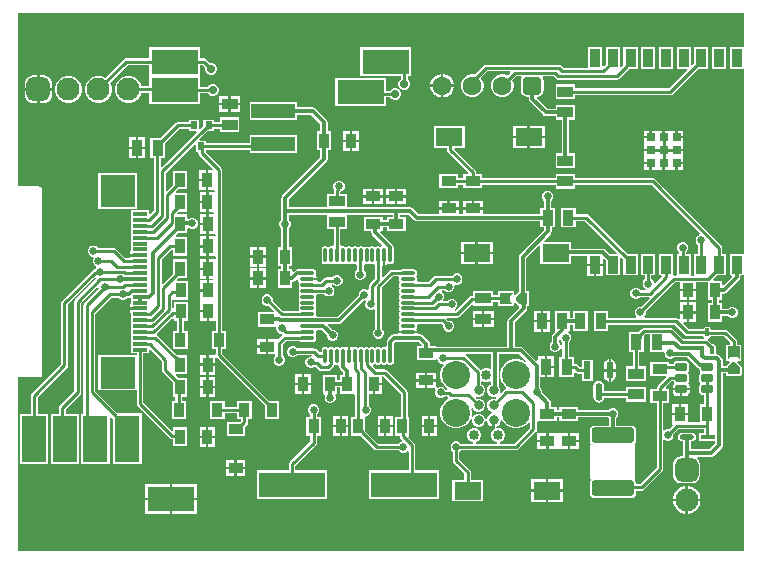
<source format=gbr>
%TF.GenerationSoftware,Altium Limited,Altium Designer,23.6.0 (18)*%
G04 Layer_Physical_Order=2*
G04 Layer_Color=16711680*
%FSLAX43Y43*%
%MOMM*%
%TF.SameCoordinates,6C6526E1-C053-4265-BDC0-CB623CBAD704*%
%TF.FilePolarity,Positive*%
%TF.FileFunction,Copper,L2,Bot,Signal*%
%TF.Part,Single*%
G01*
G75*
%TA.AperFunction,SMDPad,CuDef*%
%ADD10R,4.000X2.100*%
%ADD11R,2.100X4.000*%
%TA.AperFunction,Conductor*%
%ADD13C,0.300*%
%ADD14C,0.254*%
%TA.AperFunction,ComponentPad*%
G04:AMPARAMS|DCode=15|XSize=1.95mm|YSize=1.95mm|CornerRadius=0.488mm|HoleSize=0mm|Usage=FLASHONLY|Rotation=270.000|XOffset=0mm|YOffset=0mm|HoleType=Round|Shape=RoundedRectangle|*
%AMROUNDEDRECTD15*
21,1,1.950,0.975,0,0,270.0*
21,1,0.975,1.950,0,0,270.0*
1,1,0.975,-0.488,-0.488*
1,1,0.975,-0.488,0.488*
1,1,0.975,0.488,0.488*
1,1,0.975,0.488,-0.488*
%
%ADD15ROUNDEDRECTD15*%
%ADD16C,1.950*%
%ADD17C,0.850*%
%ADD18C,2.375*%
G04:AMPARAMS|DCode=19|XSize=1.95mm|YSize=1.95mm|CornerRadius=0.488mm|HoleSize=0mm|Usage=FLASHONLY|Rotation=0.000|XOffset=0mm|YOffset=0mm|HoleType=Round|Shape=RoundedRectangle|*
%AMROUNDEDRECTD19*
21,1,1.950,0.975,0,0,0.0*
21,1,0.975,1.950,0,0,0.0*
1,1,0.975,0.488,-0.488*
1,1,0.975,-0.488,-0.488*
1,1,0.975,-0.488,0.488*
1,1,0.975,0.488,0.488*
%
%ADD19ROUNDEDRECTD19*%
%ADD20C,1.600*%
G04:AMPARAMS|DCode=21|XSize=1.6mm|YSize=1.6mm|CornerRadius=0.4mm|HoleSize=0mm|Usage=FLASHONLY|Rotation=180.000|XOffset=0mm|YOffset=0mm|HoleType=Round|Shape=RoundedRectangle|*
%AMROUNDEDRECTD21*
21,1,1.600,0.800,0,0,180.0*
21,1,0.800,1.600,0,0,180.0*
1,1,0.800,-0.400,0.400*
1,1,0.800,0.400,0.400*
1,1,0.800,0.400,-0.400*
1,1,0.800,-0.400,-0.400*
%
%ADD21ROUNDEDRECTD21*%
%TA.AperFunction,ViaPad*%
%ADD22C,0.650*%
%ADD23C,0.700*%
%TA.AperFunction,SMDPad,CuDef*%
G04:AMPARAMS|DCode=24|XSize=1.524mm|YSize=0.578mm|CornerRadius=0.289mm|HoleSize=0mm|Usage=FLASHONLY|Rotation=270.000|XOffset=0mm|YOffset=0mm|HoleType=Round|Shape=RoundedRectangle|*
%AMROUNDEDRECTD24*
21,1,1.524,0.000,0,0,270.0*
21,1,0.946,0.578,0,0,270.0*
1,1,0.578,0.000,-0.473*
1,1,0.578,0.000,0.473*
1,1,0.578,0.000,0.473*
1,1,0.578,0.000,-0.473*
%
%ADD24ROUNDEDRECTD24*%
%ADD25R,0.578X1.524*%
%ADD26R,2.300X1.500*%
%ADD27R,3.000X2.700*%
%ADD28R,1.200X0.300*%
G04:AMPARAMS|DCode=29|XSize=1.194mm|YSize=0.305mm|CornerRadius=0.076mm|HoleSize=0mm|Usage=FLASHONLY|Rotation=90.000|XOffset=0mm|YOffset=0mm|HoleType=Round|Shape=RoundedRectangle|*
%AMROUNDEDRECTD29*
21,1,1.194,0.152,0,0,90.0*
21,1,1.041,0.305,0,0,90.0*
1,1,0.152,0.076,0.521*
1,1,0.152,0.076,-0.521*
1,1,0.152,-0.076,-0.521*
1,1,0.152,-0.076,0.521*
%
%ADD29ROUNDEDRECTD29*%
G04:AMPARAMS|DCode=30|XSize=1.194mm|YSize=0.305mm|CornerRadius=0.076mm|HoleSize=0mm|Usage=FLASHONLY|Rotation=0.000|XOffset=0mm|YOffset=0mm|HoleType=Round|Shape=RoundedRectangle|*
%AMROUNDEDRECTD30*
21,1,1.194,0.152,0,0,0.0*
21,1,1.041,0.305,0,0,0.0*
1,1,0.152,0.521,-0.076*
1,1,0.152,-0.521,-0.076*
1,1,0.152,-0.521,0.076*
1,1,0.152,0.521,0.076*
%
%ADD30ROUNDEDRECTD30*%
%TA.AperFunction,ConnectorPad*%
%ADD31R,0.900X1.500*%
%TA.AperFunction,BGAPad,CuDef*%
%ADD32R,0.700X0.700*%
%TA.AperFunction,SMDPad,CuDef*%
%ADD33R,0.900X1.300*%
G04:AMPARAMS|DCode=34|XSize=0.4mm|YSize=0.65mm|CornerRadius=0.1mm|HoleSize=0mm|Usage=FLASHONLY|Rotation=0.000|XOffset=0mm|YOffset=0mm|HoleType=Round|Shape=RoundedRectangle|*
%AMROUNDEDRECTD34*
21,1,0.400,0.450,0,0,0.0*
21,1,0.200,0.650,0,0,0.0*
1,1,0.200,0.100,-0.225*
1,1,0.200,-0.100,-0.225*
1,1,0.200,-0.100,0.225*
1,1,0.200,0.100,0.225*
%
%ADD34ROUNDEDRECTD34*%
%TA.AperFunction,BGAPad,CuDef*%
%ADD35C,0.800*%
%TA.AperFunction,SMDPad,CuDef*%
%ADD36R,1.360X0.950*%
%ADD37R,5.600X2.100*%
%ADD38R,0.950X1.360*%
%ADD39R,3.700X1.200*%
G04:AMPARAMS|DCode=40|XSize=1mm|YSize=0.7mm|CornerRadius=0.14mm|HoleSize=0mm|Usage=FLASHONLY|Rotation=180.000|XOffset=0mm|YOffset=0mm|HoleType=Round|Shape=RoundedRectangle|*
%AMROUNDEDRECTD40*
21,1,1.000,0.420,0,0,180.0*
21,1,0.720,0.700,0,0,180.0*
1,1,0.280,-0.360,0.210*
1,1,0.280,0.360,0.210*
1,1,0.280,0.360,-0.210*
1,1,0.280,-0.360,-0.210*
%
%ADD40ROUNDEDRECTD40*%
%ADD41R,1.205X0.436*%
G04:AMPARAMS|DCode=42|XSize=1.205mm|YSize=0.436mm|CornerRadius=0.218mm|HoleSize=0mm|Usage=FLASHONLY|Rotation=180.000|XOffset=0mm|YOffset=0mm|HoleType=Round|Shape=RoundedRectangle|*
%AMROUNDEDRECTD42*
21,1,1.205,0.000,0,0,180.0*
21,1,0.769,0.436,0,0,180.0*
1,1,0.436,-0.385,0.000*
1,1,0.436,0.385,0.000*
1,1,0.436,0.385,0.000*
1,1,0.436,-0.385,0.000*
%
%ADD42ROUNDEDRECTD42*%
%ADD43R,1.300X0.900*%
%ADD44R,0.910X1.220*%
%ADD45R,0.559X0.648*%
G04:AMPARAMS|DCode=46|XSize=0.4mm|YSize=0.5mm|CornerRadius=0.1mm|HoleSize=0mm|Usage=FLASHONLY|Rotation=0.000|XOffset=0mm|YOffset=0mm|HoleType=Round|Shape=RoundedRectangle|*
%AMROUNDEDRECTD46*
21,1,0.400,0.300,0,0,0.0*
21,1,0.200,0.500,0,0,0.0*
1,1,0.200,0.100,-0.150*
1,1,0.200,-0.100,-0.150*
1,1,0.200,-0.100,0.150*
1,1,0.200,0.100,0.150*
%
%ADD46ROUNDEDRECTD46*%
G04:AMPARAMS|DCode=47|XSize=0.4mm|YSize=0.5mm|CornerRadius=0.1mm|HoleSize=0mm|Usage=FLASHONLY|Rotation=270.000|XOffset=0mm|YOffset=0mm|HoleType=Round|Shape=RoundedRectangle|*
%AMROUNDEDRECTD47*
21,1,0.400,0.300,0,0,270.0*
21,1,0.200,0.500,0,0,270.0*
1,1,0.200,-0.150,-0.100*
1,1,0.200,-0.150,0.100*
1,1,0.200,0.150,0.100*
1,1,0.200,0.150,-0.100*
%
%ADD47ROUNDEDRECTD47*%
%ADD48R,1.220X0.910*%
G04:AMPARAMS|DCode=49|XSize=1.295mm|YSize=3.607mm|CornerRadius=0.259mm|HoleSize=0mm|Usage=FLASHONLY|Rotation=90.000|XOffset=0mm|YOffset=0mm|HoleType=Round|Shape=RoundedRectangle|*
%AMROUNDEDRECTD49*
21,1,1.295,3.089,0,0,90.0*
21,1,0.777,3.607,0,0,90.0*
1,1,0.518,1.544,0.389*
1,1,0.518,1.544,-0.389*
1,1,0.518,-1.544,-0.389*
1,1,0.518,-1.544,0.389*
%
%ADD49ROUNDEDRECTD49*%
%TA.AperFunction,Conductor*%
%ADD50C,0.350*%
G36*
X31972Y28534D02*
X31457D01*
Y28240D01*
X31118D01*
Y28534D01*
X29516D01*
Y27332D01*
X30160D01*
Y27209D01*
X30183Y27091D01*
X30250Y26992D01*
X31079Y26163D01*
X31074Y26111D01*
X31050Y26033D01*
X30932Y25974D01*
X30915Y25985D01*
X30826Y26002D01*
X30674D01*
X30585Y25985D01*
X30500Y25940D01*
X30415Y25985D01*
X30326Y26002D01*
X30174D01*
X30085Y25985D01*
X30000Y25940D01*
X29915Y25985D01*
X29826Y26002D01*
X29674D01*
X29585Y25985D01*
X29500Y25940D01*
X29415Y25985D01*
X29326Y26002D01*
X29174D01*
X29085Y25985D01*
X29000Y25940D01*
X28915Y25985D01*
X28826Y26002D01*
X28674D01*
X28585Y25985D01*
X28500Y25940D01*
X28415Y25985D01*
X28326Y26002D01*
X28174D01*
X28085Y25985D01*
X28000Y25940D01*
X27915Y25985D01*
X27826Y26002D01*
X27674D01*
X27660Y26000D01*
X27533Y26091D01*
Y27447D01*
X28081D01*
Y28699D01*
X28207Y28703D01*
X31972D01*
Y28534D01*
D02*
G37*
G36*
X33802Y28231D02*
X33902Y28164D01*
X34019Y28141D01*
X44473D01*
Y27617D01*
X44818D01*
Y27402D01*
X42747Y25331D01*
X42680Y25231D01*
X42657Y25114D01*
Y22217D01*
X42642Y22211D01*
X42322Y21891D01*
X42230Y21974D01*
X42277Y22088D01*
X42277Y22090D01*
X42230Y22206D01*
X42228Y22206D01*
X42114Y22253D01*
X41014D01*
X40898Y22206D01*
X40851Y22090D01*
Y21908D01*
X40455D01*
Y22251D01*
X38793D01*
Y21850D01*
X38712D01*
X38603Y21829D01*
X38511Y21767D01*
X37300Y20556D01*
X37249Y20563D01*
X37229Y20676D01*
X37229Y20695D01*
X37361Y20826D01*
X37433Y21001D01*
Y21190D01*
X37361Y21365D01*
X37227Y21499D01*
X37052Y21571D01*
X36862D01*
X36687Y21499D01*
X36567Y21379D01*
X36303D01*
X36258Y21506D01*
X36326Y21670D01*
Y21860D01*
X36254Y22035D01*
X36120Y22169D01*
X36117Y22170D01*
X36143Y22297D01*
X36345D01*
X36433Y22209D01*
X36608Y22136D01*
X36798D01*
X36973Y22209D01*
X37107Y22343D01*
X37179Y22517D01*
Y22687D01*
X37235Y22745D01*
X37286Y22780D01*
X37300Y22774D01*
X37490D01*
X37665Y22846D01*
X37799Y22980D01*
X37871Y23155D01*
Y23345D01*
X37799Y23520D01*
X37665Y23654D01*
X37490Y23726D01*
X37300D01*
X37125Y23654D01*
X37005Y23533D01*
X35596D01*
X35487Y23512D01*
X35395Y23450D01*
X34978Y23033D01*
X34091D01*
X34000Y23160D01*
X34002Y23174D01*
Y23326D01*
X33985Y23415D01*
X33940Y23500D01*
X33985Y23585D01*
X34002Y23674D01*
Y23826D01*
X33985Y23915D01*
X33935Y23990D01*
X33859Y24040D01*
X33771Y24058D01*
X32729D01*
X32641Y24040D01*
X32631Y24033D01*
X31878D01*
X31770Y24012D01*
X31678Y23950D01*
X31151Y23424D01*
X31033Y23472D01*
Y24350D01*
X31150Y24442D01*
Y25250D01*
X31350D01*
Y24452D01*
X31434Y24469D01*
X31525Y24530D01*
X31537Y24548D01*
X31585Y24515D01*
X31674Y24498D01*
X31826D01*
X31915Y24515D01*
X31990Y24566D01*
X32040Y24641D01*
X32058Y24729D01*
Y25771D01*
X32055Y25788D01*
Y25928D01*
X32031Y26046D01*
X31965Y26145D01*
X30895Y27215D01*
X30944Y27332D01*
X31118D01*
Y27626D01*
X31457D01*
Y27332D01*
X33059D01*
Y28534D01*
X32586D01*
Y28703D01*
X33330D01*
X33802Y28231D01*
D02*
G37*
G36*
X26419Y28699D02*
Y27447D01*
X26967D01*
Y26091D01*
X26840Y26000D01*
X26826Y26002D01*
X26674D01*
X26585Y25985D01*
X26500Y25940D01*
X26415Y25985D01*
X26326Y26002D01*
X26174D01*
X26085Y25985D01*
X26010Y25934D01*
X25960Y25859D01*
X25942Y25771D01*
Y24729D01*
X25960Y24641D01*
X26010Y24566D01*
X26085Y24515D01*
X26174Y24498D01*
X26326D01*
X26415Y24515D01*
X26500Y24560D01*
X26585Y24515D01*
X26674Y24498D01*
X26826D01*
X26915Y24515D01*
X27000Y24560D01*
X27085Y24515D01*
X27174Y24498D01*
X27326D01*
X27415Y24515D01*
X27500Y24560D01*
X27585Y24515D01*
X27674Y24498D01*
X27826D01*
X27915Y24515D01*
X28000Y24560D01*
X28085Y24515D01*
X28174Y24498D01*
X28326D01*
X28415Y24515D01*
X28500Y24560D01*
X28585Y24515D01*
X28674Y24498D01*
X28826D01*
X28947Y24395D01*
Y24028D01*
X28940Y24026D01*
X28806Y23892D01*
X28734Y23717D01*
Y23527D01*
X28806Y23352D01*
X28940Y23218D01*
X29115Y23146D01*
X29305D01*
X29480Y23218D01*
X29614Y23352D01*
X29686Y23527D01*
Y23717D01*
X29614Y23892D01*
X29513Y23992D01*
Y24422D01*
X29640Y24504D01*
X29674Y24498D01*
X29826D01*
X29915Y24515D01*
X30000Y24560D01*
X30085Y24515D01*
X30174Y24498D01*
X30326D01*
X30340Y24500D01*
X30467Y24409D01*
Y23312D01*
X30006Y22852D01*
X29944Y22760D01*
X29923Y22651D01*
Y22423D01*
X29796Y22353D01*
X29673Y22404D01*
X29484D01*
X29309Y22332D01*
X29175Y22198D01*
X29102Y22023D01*
Y21886D01*
X27273Y20057D01*
X25607D01*
X25502Y20174D01*
Y20326D01*
X25485Y20415D01*
X25440Y20500D01*
X25485Y20585D01*
X25502Y20674D01*
Y20826D01*
X25485Y20915D01*
X25440Y21000D01*
X25485Y21085D01*
X25502Y21174D01*
Y21326D01*
X25485Y21415D01*
X25440Y21500D01*
X25485Y21585D01*
X25502Y21674D01*
Y21826D01*
X25500Y21840D01*
X25591Y21967D01*
X26160D01*
X26280Y21846D01*
X26455Y21774D01*
X26645D01*
X26820Y21846D01*
X26954Y21980D01*
X27026Y22155D01*
Y22345D01*
X26954Y22520D01*
X26820Y22654D01*
X26786Y22667D01*
X26804Y22797D01*
X26877Y22806D01*
X26986Y22697D01*
X27161Y22625D01*
X27351D01*
X27526Y22697D01*
X27660Y22831D01*
X27732Y23006D01*
Y23196D01*
X27660Y23371D01*
X27526Y23505D01*
X27351Y23577D01*
X27161D01*
X26986Y23505D01*
X26866Y23384D01*
X26353D01*
X26245Y23363D01*
X26153Y23301D01*
X25885Y23033D01*
X25650D01*
X25558Y23150D01*
X24750D01*
Y23350D01*
X25548D01*
X25531Y23434D01*
X25470Y23525D01*
X25452Y23537D01*
X25485Y23585D01*
X25502Y23674D01*
Y23826D01*
X25485Y23915D01*
X25434Y23990D01*
X25359Y24040D01*
X25271Y24058D01*
X24229D01*
X24212Y24055D01*
X23886D01*
X23769Y24031D01*
X23669Y23965D01*
X23568Y23864D01*
X23451Y23912D01*
Y24102D01*
X23157D01*
Y24336D01*
X23468D01*
Y25938D01*
X23157D01*
Y27546D01*
X23253Y27642D01*
X23326Y27817D01*
Y28007D01*
X23253Y28182D01*
X23157Y28278D01*
Y28703D01*
X26293D01*
X26419Y28699D01*
D02*
G37*
G36*
X61745Y42960D02*
X61701Y42851D01*
X61618Y42851D01*
X60499D01*
Y41049D01*
X61701Y41049D01*
X61745Y40940D01*
Y25460D01*
X61701Y25351D01*
X61618Y25351D01*
X60499D01*
Y23549D01*
X60643D01*
X60696Y23422D01*
X59999Y22725D01*
X59872Y22778D01*
Y23110D01*
X59127D01*
X59078Y23227D01*
X59400Y23549D01*
X60201D01*
Y25351D01*
X59883D01*
Y25897D01*
X59862Y26005D01*
X59800Y26097D01*
X54187Y31710D01*
X54095Y31772D01*
X53987Y31793D01*
X47412D01*
Y32136D01*
X45750D01*
Y31793D01*
X39543D01*
Y32118D01*
X39025D01*
Y32270D01*
X39004Y32378D01*
X38942Y32470D01*
X37181Y34232D01*
X37233Y34359D01*
X38075D01*
Y36161D01*
X35473D01*
Y34359D01*
X36568D01*
Y34160D01*
X36590Y34052D01*
X36651Y33960D01*
X38366Y32245D01*
X38313Y32118D01*
X37941D01*
Y31793D01*
X37504D01*
Y32118D01*
X35902D01*
Y30916D01*
X37504D01*
Y31227D01*
X37941D01*
Y30916D01*
X39543D01*
Y31227D01*
X45750D01*
Y30884D01*
X47412D01*
Y31227D01*
X53870D01*
X57977Y27119D01*
X57936Y26980D01*
X57813Y26929D01*
X57679Y26796D01*
X57607Y26621D01*
Y26431D01*
X57679Y26256D01*
X57799Y26136D01*
Y25351D01*
X57499D01*
Y23549D01*
X57384Y23520D01*
X57316D01*
X57201Y23549D01*
X57201Y23647D01*
Y25351D01*
X56798D01*
Y25518D01*
X56919Y25638D01*
X56991Y25813D01*
Y26003D01*
X56919Y26178D01*
X56785Y26312D01*
X56610Y26384D01*
X56420D01*
X56245Y26312D01*
X56111Y26178D01*
X56039Y26003D01*
Y25813D01*
X56111Y25638D01*
X56232Y25518D01*
Y25351D01*
X55999D01*
Y23647D01*
X55999Y23549D01*
X55884Y23520D01*
X55816D01*
X55745Y23538D01*
X55701Y23640D01*
Y25351D01*
X54499D01*
Y23549D01*
X54694D01*
X54746Y23422D01*
X54197Y22873D01*
X54070Y22925D01*
Y22955D01*
X53998Y23130D01*
X53877Y23250D01*
Y23549D01*
X54201D01*
Y25351D01*
X52999D01*
Y23549D01*
X53311D01*
Y23250D01*
X53190Y23130D01*
X53118Y22955D01*
Y22765D01*
X53190Y22590D01*
X53324Y22456D01*
X53413Y22420D01*
X53388Y22293D01*
X52960D01*
X52958Y22298D01*
X52824Y22432D01*
X52649Y22504D01*
X52460D01*
X52285Y22432D01*
X52151Y22298D01*
X52078Y22123D01*
Y21933D01*
X52151Y21758D01*
X52285Y21624D01*
X52460Y21552D01*
X52649D01*
X52824Y21624D01*
X52925Y21726D01*
X53661D01*
X53714Y21599D01*
X53012Y20897D01*
X52842D01*
X52667Y20825D01*
X52533Y20691D01*
X52461Y20516D01*
Y20326D01*
X52533Y20151D01*
X52607Y20077D01*
X52555Y19950D01*
X50220D01*
Y20498D01*
X48968D01*
Y18836D01*
X50220D01*
Y19383D01*
X55842D01*
X56705Y18520D01*
X56797Y18459D01*
X56906Y18437D01*
X58247D01*
X58255Y18398D01*
X58300Y18330D01*
X58284Y18266D01*
X58250Y18203D01*
X56542D01*
X55696Y19048D01*
X55604Y19110D01*
X55496Y19131D01*
X53249D01*
X53140Y19110D01*
X53048Y19048D01*
X52736Y18736D01*
X52726Y18721D01*
X51963D01*
Y17059D01*
X52295D01*
Y15852D01*
X51747D01*
Y14600D01*
X53409D01*
Y15852D01*
X52861D01*
Y17059D01*
X53215D01*
Y18211D01*
X53220Y18238D01*
Y18419D01*
X53366Y18565D01*
X53713D01*
Y17059D01*
X54862D01*
X54965Y17059D01*
X54979Y16938D01*
Y16895D01*
X55052Y16720D01*
X55186Y16587D01*
X55361Y16514D01*
X55550D01*
X55725Y16587D01*
X55754Y16616D01*
X56900D01*
X57747Y15769D01*
X57847Y15703D01*
X57934Y15685D01*
Y15599D01*
X57957Y15485D01*
X58021Y15389D01*
Y15279D01*
X57957Y15183D01*
X57934Y15069D01*
Y14649D01*
X57957Y14535D01*
X58021Y14439D01*
Y14329D01*
X57957Y14233D01*
X57934Y14119D01*
Y13699D01*
X57957Y13585D01*
X58021Y13489D01*
X58117Y13425D01*
X58231Y13402D01*
X58308D01*
Y12626D01*
X57990D01*
Y11118D01*
X56941D01*
Y11725D01*
X56291D01*
X55641D01*
Y10975D01*
X55641D01*
X55689Y10859D01*
X55339Y10509D01*
X55169D01*
X54994Y10437D01*
X54992Y10434D01*
X54874Y10482D01*
Y12756D01*
X55392D01*
Y13958D01*
X55116D01*
X55067Y14075D01*
X55567Y14576D01*
X55750D01*
X55758Y14535D01*
X55822Y14439D01*
X55762Y14327D01*
X55712Y14252D01*
X55685Y14119D01*
Y14009D01*
X56392D01*
X57099D01*
Y14119D01*
X57072Y14252D01*
X57022Y14327D01*
X56962Y14439D01*
X57026Y14535D01*
X57049Y14649D01*
Y15069D01*
X57026Y15183D01*
X56962Y15279D01*
Y15389D01*
X57026Y15485D01*
X57049Y15599D01*
Y16019D01*
X57026Y16133D01*
X56962Y16229D01*
X56866Y16293D01*
X56752Y16316D01*
X56032D01*
X55918Y16293D01*
X55822Y16229D01*
X55758Y16133D01*
X55750Y16092D01*
X55392D01*
Y16258D01*
X53790D01*
Y15056D01*
X55080D01*
X55129Y14939D01*
X54390Y14200D01*
X54329Y14108D01*
X54307Y14000D01*
Y13958D01*
X53790D01*
Y12756D01*
X54307D01*
Y7266D01*
X52934Y5893D01*
X52562D01*
Y5899D01*
X52531Y6059D01*
X52493Y6115D01*
X52468Y6242D01*
X52516Y6358D01*
Y9158D01*
X52468Y9274D01*
X52493Y9401D01*
X52531Y9457D01*
X52562Y9617D01*
Y10395D01*
X52531Y10555D01*
X52440Y10690D01*
X52304Y10781D01*
X52144Y10813D01*
X50907D01*
Y11467D01*
X51004Y11564D01*
X51076Y11738D01*
Y11928D01*
X51004Y12103D01*
X50870Y12237D01*
X50695Y12309D01*
X50505D01*
X50330Y12237D01*
X50234Y12140D01*
X47685D01*
Y12429D01*
X46083D01*
Y12135D01*
X45872D01*
Y12426D01*
X45376D01*
Y12781D01*
X45353Y12898D01*
X45286Y12998D01*
X44626Y13658D01*
Y13795D01*
X44554Y13970D01*
X44457Y14066D01*
Y14929D01*
X44831D01*
Y15809D01*
Y16689D01*
X44256D01*
Y16364D01*
X44139Y16315D01*
X43028Y17426D01*
X42928Y17493D01*
X42811Y17516D01*
X42282D01*
Y19543D01*
X43272Y20533D01*
X43339Y20633D01*
X43362Y20750D01*
Y20932D01*
X43364D01*
X43480Y20980D01*
X43527Y21095D01*
Y22095D01*
X43480Y22211D01*
X43364Y22259D01*
X43271D01*
Y24987D01*
X44350Y26066D01*
X44467Y26017D01*
Y24552D01*
X47069D01*
Y25194D01*
X48450D01*
Y24550D01*
X49100D01*
X49750D01*
Y24927D01*
X49867Y24976D01*
X49999Y24844D01*
Y23549D01*
X51201D01*
Y25049D01*
X51318Y25098D01*
X51499Y24917D01*
Y23549D01*
X52701D01*
Y25351D01*
X51867D01*
X48569Y28648D01*
X48477Y28710D01*
X48369Y28731D01*
X47475D01*
Y29279D01*
X46223D01*
Y27617D01*
X47475D01*
Y28165D01*
X48252D01*
X50948Y25468D01*
X50899Y25351D01*
X50360D01*
X49993Y25718D01*
X49894Y25785D01*
X49776Y25808D01*
X47069D01*
Y26354D01*
X44804D01*
X44755Y26471D01*
X45342Y27058D01*
X45409Y27158D01*
X45432Y27275D01*
X45432Y27275D01*
Y27617D01*
X45725D01*
Y29279D01*
X45381D01*
Y29867D01*
X45478Y29963D01*
X45550Y30138D01*
Y30328D01*
X45478Y30503D01*
X45344Y30637D01*
X45169Y30709D01*
X44979D01*
X44804Y30637D01*
X44671Y30503D01*
X44598Y30328D01*
Y30138D01*
X44671Y29963D01*
X44767Y29867D01*
Y29279D01*
X44473D01*
Y28755D01*
X39592D01*
Y29117D01*
X38742D01*
X37892D01*
Y28755D01*
X37553D01*
Y29117D01*
X36703D01*
X35853D01*
Y28755D01*
X34146D01*
X33674Y29227D01*
X33575Y29293D01*
X33457Y29317D01*
X28081D01*
Y30449D01*
X27539D01*
Y30616D01*
X27690Y30678D01*
X27824Y30812D01*
X27897Y30987D01*
Y31177D01*
X27824Y31352D01*
X27690Y31486D01*
X27515Y31558D01*
X27326D01*
X27151Y31486D01*
X27017Y31352D01*
X26945Y31177D01*
Y30987D01*
X26987Y30885D01*
X26973Y30810D01*
Y30449D01*
X26419D01*
Y29317D01*
X23157D01*
Y29981D01*
X26367Y33191D01*
X26434Y33290D01*
X26457Y33408D01*
Y34149D01*
X26751D01*
Y35751D01*
X26457D01*
Y36518D01*
X26434Y36636D01*
X26367Y36736D01*
X25417Y37685D01*
X25318Y37752D01*
X25200Y37775D01*
X23845D01*
Y38219D01*
X19843D01*
Y36717D01*
X23845D01*
Y37161D01*
X25073D01*
X25843Y36391D01*
Y35751D01*
X25549D01*
Y34149D01*
X25843D01*
Y33535D01*
X22633Y30325D01*
X22566Y30225D01*
X22543Y30108D01*
Y29010D01*
Y28278D01*
X22446Y28182D01*
X22374Y28007D01*
Y27817D01*
X22446Y27642D01*
X22543Y27546D01*
Y25938D01*
X22266D01*
Y24336D01*
X22543D01*
Y24102D01*
X22249D01*
Y22500D01*
X23451D01*
Y22997D01*
X23557Y23018D01*
X23657Y23084D01*
X23821Y23248D01*
X23948Y23196D01*
Y23174D01*
X23969Y23066D01*
X24030Y22975D01*
X24048Y22963D01*
X24015Y22915D01*
X23998Y22826D01*
Y22674D01*
X24015Y22585D01*
X24060Y22500D01*
X24015Y22415D01*
X23998Y22326D01*
Y22174D01*
X24015Y22085D01*
X24060Y22000D01*
X24015Y21915D01*
X23998Y21826D01*
Y21674D01*
X24015Y21585D01*
X24060Y21500D01*
X24015Y21415D01*
X23998Y21326D01*
Y21174D01*
X24015Y21085D01*
X24060Y21000D01*
X24015Y20915D01*
X23998Y20826D01*
Y20674D01*
X24000Y20660D01*
X23909Y20533D01*
X22681D01*
X21812Y21403D01*
Y21573D01*
X21740Y21747D01*
X21606Y21881D01*
X21431Y21954D01*
X21241D01*
X21066Y21881D01*
X20932Y21747D01*
X20860Y21573D01*
Y21383D01*
X20932Y21208D01*
X21066Y21074D01*
X21241Y21002D01*
X21411D01*
X21876Y20537D01*
X21827Y20420D01*
X20535D01*
Y19218D01*
X22074D01*
X22088Y19198D01*
Y19008D01*
X22160Y18833D01*
X22294Y18699D01*
X22469Y18627D01*
X22503D01*
X22563Y18563D01*
X22611Y18450D01*
X22288Y18127D01*
X22186Y18169D01*
Y18169D01*
X21436D01*
Y17519D01*
Y16869D01*
X21984D01*
X22037Y16742D01*
X21954Y16659D01*
X21881Y16484D01*
Y16295D01*
X21954Y16120D01*
X22087Y15986D01*
X22262Y15913D01*
X22452D01*
X22627Y15986D01*
X22761Y16120D01*
X22833Y16295D01*
Y16484D01*
X22761Y16659D01*
X22641Y16779D01*
Y17678D01*
X22929Y17967D01*
X24131D01*
X24141Y17960D01*
X24229Y17942D01*
X25271D01*
X25359Y17960D01*
X25434Y18010D01*
X25485Y18085D01*
X25502Y18174D01*
Y18326D01*
X25485Y18415D01*
X25440Y18500D01*
X25485Y18585D01*
X25502Y18674D01*
Y18826D01*
X25607Y18943D01*
X25973D01*
X26399Y18517D01*
Y18380D01*
X26471Y18205D01*
X26605Y18071D01*
X26780Y17999D01*
X26970D01*
X27145Y18071D01*
X27279Y18205D01*
X27351Y18380D01*
Y18570D01*
X27279Y18745D01*
X27145Y18879D01*
X26970Y18951D01*
X26833D01*
X26458Y19326D01*
X26507Y19443D01*
X27400D01*
X27518Y19466D01*
X27617Y19533D01*
X29513Y21429D01*
X29634Y21428D01*
X29701Y21320D01*
X29645Y21185D01*
Y20995D01*
X29717Y20820D01*
X29851Y20686D01*
X30026Y20614D01*
X30216D01*
X30339Y20665D01*
X30466Y20595D01*
Y19040D01*
X30345Y18920D01*
X30273Y18745D01*
Y18556D01*
X30345Y18381D01*
X30479Y18247D01*
X30654Y18174D01*
X30844D01*
X31019Y18247D01*
X31153Y18381D01*
X31225Y18556D01*
Y18745D01*
X31153Y18920D01*
X31032Y19040D01*
Y22504D01*
X31995Y23467D01*
X32409D01*
X32500Y23340D01*
X32498Y23326D01*
Y23174D01*
X32515Y23085D01*
X32560Y23000D01*
X32515Y22915D01*
X32498Y22826D01*
Y22674D01*
X32515Y22585D01*
X32560Y22500D01*
X32515Y22415D01*
X32498Y22326D01*
Y22174D01*
X32515Y22085D01*
X32560Y22000D01*
X32515Y21915D01*
X32498Y21826D01*
Y21674D01*
X32515Y21585D01*
X32560Y21500D01*
X32515Y21415D01*
X32498Y21326D01*
Y21174D01*
X32515Y21085D01*
X32560Y21000D01*
X32515Y20915D01*
X32498Y20826D01*
Y20674D01*
X32515Y20585D01*
X32560Y20500D01*
X32515Y20415D01*
X32498Y20326D01*
Y20174D01*
X32515Y20085D01*
X32560Y20000D01*
X32515Y19915D01*
X32498Y19826D01*
Y19674D01*
X32515Y19585D01*
X32560Y19500D01*
X32515Y19415D01*
X32498Y19326D01*
Y19174D01*
X32515Y19085D01*
X32548Y19037D01*
X32530Y19025D01*
X32469Y18934D01*
X32452Y18850D01*
X33250D01*
X34048D01*
X34031Y18934D01*
X33970Y19025D01*
X33952Y19037D01*
X33985Y19085D01*
X34002Y19174D01*
Y19326D01*
X34000Y19340D01*
X34091Y19467D01*
X36086D01*
X36227Y19325D01*
Y19155D01*
X36299Y18980D01*
X36433Y18846D01*
X36608Y18774D01*
X36798D01*
X36973Y18846D01*
X37107Y18980D01*
X37179Y19155D01*
Y19345D01*
X37107Y19520D01*
X36973Y19654D01*
X36798Y19726D01*
X36628D01*
X36514Y19840D01*
X36567Y19967D01*
X37395D01*
X37503Y19988D01*
X37595Y20050D01*
X38676Y21130D01*
X38793Y21081D01*
Y20999D01*
X40455D01*
Y21342D01*
X40851D01*
Y21090D01*
X40898Y20974D01*
X41014Y20927D01*
X42114D01*
X42228Y20974D01*
X42230Y20974D01*
X42277Y21090D01*
X42277Y21092D01*
X42230Y21206D01*
X42322Y21289D01*
X42631Y20980D01*
X42660Y20968D01*
X42689Y20818D01*
X41758Y19887D01*
X41691Y19787D01*
X41668Y19670D01*
Y17516D01*
X35599D01*
Y17560D01*
X35105D01*
Y17742D01*
X35082Y17859D01*
X35015Y17959D01*
X34507Y18467D01*
X34407Y18534D01*
X34290Y18557D01*
X34159D01*
X34074Y18650D01*
X33250D01*
X32426D01*
X32341Y18557D01*
X32054D01*
X31936Y18534D01*
X31837Y18467D01*
X31533Y18163D01*
X31466Y18064D01*
X31443Y17946D01*
Y17607D01*
X31326Y17502D01*
X31174D01*
X31085Y17485D01*
X31000Y17440D01*
X30915Y17485D01*
X30826Y17502D01*
X30674D01*
X30585Y17485D01*
X30500Y17440D01*
X30415Y17485D01*
X30326Y17502D01*
X30174D01*
X30085Y17485D01*
X30000Y17440D01*
X29915Y17485D01*
X29826Y17502D01*
X29674D01*
X29585Y17485D01*
X29500Y17440D01*
X29415Y17485D01*
X29326Y17502D01*
X29174D01*
X29085Y17485D01*
X29000Y17440D01*
X28915Y17485D01*
X28826Y17502D01*
X28674D01*
X28585Y17485D01*
X28537Y17452D01*
X28525Y17470D01*
X28434Y17531D01*
X28350Y17548D01*
Y16750D01*
X28150D01*
Y17548D01*
X28066Y17531D01*
X27975Y17470D01*
X27963Y17452D01*
X27915Y17485D01*
X27826Y17502D01*
X27674D01*
X27585Y17485D01*
X27500Y17440D01*
X27415Y17485D01*
X27326Y17502D01*
X27174D01*
X27085Y17485D01*
X27000Y17440D01*
X26915Y17485D01*
X26826Y17502D01*
X26674D01*
X26585Y17485D01*
X26500Y17440D01*
X26415Y17485D01*
X26326Y17502D01*
X26174D01*
X26085Y17485D01*
X26010Y17434D01*
X25960Y17359D01*
X25942Y17271D01*
Y17033D01*
X25775D01*
X25517Y17292D01*
X25425Y17353D01*
X25316Y17375D01*
X23885D01*
X23765Y17495D01*
X23590Y17567D01*
X23400D01*
X23225Y17495D01*
X23091Y17361D01*
X23019Y17186D01*
Y16996D01*
X23091Y16822D01*
X23225Y16688D01*
X23400Y16615D01*
X23590D01*
X23765Y16688D01*
X23885Y16808D01*
X25137D01*
X25148Y16787D01*
X25148Y16786D01*
X25069Y16670D01*
X24935D01*
X24760Y16597D01*
X24626Y16463D01*
X24554Y16288D01*
Y16099D01*
X24626Y15924D01*
X24760Y15790D01*
X24935Y15717D01*
X25124D01*
X25299Y15790D01*
X25379Y15870D01*
X25416D01*
X25730Y15556D01*
X25822Y15495D01*
X25931Y15473D01*
X26487D01*
X26596Y15495D01*
X26687Y15556D01*
X26948Y15817D01*
X27009Y15909D01*
X27010Y15913D01*
X27082Y16011D01*
X27152Y16002D01*
X27174Y15998D01*
X27326D01*
X27443Y15893D01*
Y15809D01*
X27466Y15692D01*
X27533Y15592D01*
X27774Y15351D01*
Y15151D01*
X27480D01*
Y14676D01*
X27276D01*
Y15151D01*
X26074D01*
Y13549D01*
X26184D01*
X26251Y13422D01*
X26199Y13296D01*
Y13106D01*
X26271Y12931D01*
X26405Y12797D01*
X26580Y12725D01*
X26770D01*
X26945Y12797D01*
X27079Y12931D01*
X27151Y13106D01*
Y13296D01*
X27099Y13422D01*
X27166Y13549D01*
X27276D01*
Y14062D01*
X27480D01*
Y13549D01*
X28682D01*
X28757Y13453D01*
Y11596D01*
X28439D01*
Y9994D01*
X29227D01*
X30396Y8825D01*
X30488Y8763D01*
X30597Y8742D01*
X32466D01*
X32469Y8735D01*
X32603Y8601D01*
X32778Y8528D01*
X32967D01*
X33142Y8601D01*
X33190Y8648D01*
X33317Y8596D01*
Y7043D01*
X29989D01*
Y4641D01*
X35891D01*
Y7043D01*
X33883D01*
Y9165D01*
X33862Y9273D01*
X33800Y9365D01*
X33289Y9877D01*
X33338Y9994D01*
X33360D01*
Y11596D01*
X33223D01*
Y13669D01*
X33202Y13777D01*
X33140Y13869D01*
X31489Y15520D01*
X31397Y15582D01*
X31289Y15603D01*
X30546D01*
X30279Y15871D01*
X30321Y15985D01*
X30331Y15999D01*
X30415Y16015D01*
X30500Y16060D01*
X30585Y16015D01*
X30674Y15998D01*
X30826D01*
X30915Y16015D01*
X31000Y16060D01*
X31085Y16015D01*
X31174Y15998D01*
X31326D01*
X31415Y16015D01*
X31500Y16060D01*
X31585Y16015D01*
X31674Y15998D01*
X31826D01*
X31915Y16015D01*
X31990Y16066D01*
X32040Y16141D01*
X32058Y16229D01*
Y17271D01*
X32057Y17275D01*
Y17819D01*
X32181Y17943D01*
X32725D01*
X32729Y17942D01*
X33771D01*
X33775Y17943D01*
X34163D01*
X34419Y17687D01*
X34366Y17560D01*
X33997D01*
Y16358D01*
X35599D01*
Y16446D01*
X35719Y16463D01*
X35791Y16288D01*
X35925Y16154D01*
X36100Y16082D01*
X36234D01*
X36287Y15955D01*
X36267Y15935D01*
X36091Y15630D01*
X36000Y15289D01*
Y14937D01*
X36091Y14596D01*
X36267Y14291D01*
X36516Y14042D01*
X36590Y13999D01*
X36556Y13872D01*
X36435D01*
X36419Y13911D01*
X36285Y14045D01*
X36110Y14117D01*
X35921D01*
X35775Y14057D01*
X35683Y14097D01*
X35648Y14126D01*
Y14559D01*
X34898D01*
Y14009D01*
X35531D01*
X35560Y13974D01*
X35600Y13882D01*
X35540Y13736D01*
Y13547D01*
X35612Y13372D01*
X35746Y13238D01*
X35921Y13165D01*
X36110D01*
X36285Y13238D01*
X36353Y13306D01*
X36580D01*
X36665Y13220D01*
X36652Y13087D01*
X36516Y13009D01*
X36267Y12760D01*
X36091Y12455D01*
X36000Y12114D01*
Y11762D01*
X36091Y11421D01*
X36267Y11116D01*
X36516Y10867D01*
X36821Y10691D01*
X37162Y10599D01*
X37514D01*
X37855Y10691D01*
X38160Y10867D01*
X38409Y11116D01*
X38565Y11386D01*
X38692Y11352D01*
Y11193D01*
X38776Y10991D01*
X38931Y10836D01*
X39133Y10752D01*
X39353D01*
X39555Y10836D01*
X39710Y10991D01*
X39794Y11193D01*
X39913Y11184D01*
X40004Y10963D01*
X40173Y10794D01*
X40394Y10703D01*
X40413D01*
Y11303D01*
X40613D01*
Y10703D01*
X40632D01*
X40658Y10586D01*
X40554Y10542D01*
X40384Y10373D01*
X40293Y10153D01*
Y9913D01*
X40384Y9693D01*
X40554Y9524D01*
X40774Y9432D01*
X40766Y9308D01*
X38990D01*
X38982Y9432D01*
X39202Y9524D01*
X39371Y9693D01*
X39463Y9913D01*
Y10153D01*
X39371Y10373D01*
X39202Y10542D01*
X38982Y10634D01*
X38742D01*
X38522Y10542D01*
X38353Y10373D01*
X38261Y10153D01*
Y9913D01*
X38353Y9693D01*
X38522Y9524D01*
X38742Y9432D01*
X38734Y9308D01*
X37728D01*
X37608Y9429D01*
X37433Y9501D01*
X37243D01*
X37068Y9429D01*
X36934Y9295D01*
X36862Y9120D01*
Y8930D01*
X36934Y8755D01*
X37055Y8635D01*
Y7860D01*
X37076Y7751D01*
X37138Y7659D01*
X38023Y6774D01*
Y6235D01*
X37005D01*
Y4433D01*
X39607D01*
Y6235D01*
X38589D01*
Y6892D01*
X38568Y7000D01*
X38506Y7092D01*
X37621Y7977D01*
Y8635D01*
X37728Y8742D01*
X42380D01*
X42488Y8763D01*
X42580Y8825D01*
X44084Y10328D01*
X44145Y10420D01*
X44167Y10528D01*
Y11166D01*
X44270Y11224D01*
X44294Y11224D01*
X45872D01*
Y11521D01*
X46083D01*
Y11227D01*
X47685D01*
Y11526D01*
X50234D01*
X50293Y11467D01*
Y10813D01*
X49056D01*
X48896Y10781D01*
X48760Y10690D01*
X48669Y10555D01*
X48638Y10395D01*
Y9617D01*
X48669Y9457D01*
X48707Y9401D01*
X48732Y9274D01*
X48684Y9158D01*
Y6358D01*
X48732Y6242D01*
X48707Y6115D01*
X48669Y6059D01*
X48638Y5899D01*
Y5121D01*
X48669Y4961D01*
X48760Y4826D01*
X48896Y4735D01*
X49056Y4703D01*
X52144D01*
X52304Y4735D01*
X52440Y4826D01*
X52531Y4961D01*
X52562Y5121D01*
Y5326D01*
X53051D01*
X53159Y5347D01*
X53251Y5409D01*
X54791Y6949D01*
X54853Y7041D01*
X54874Y7149D01*
Y9584D01*
X54992Y9632D01*
X54994Y9629D01*
X55169Y9557D01*
X55359D01*
X55534Y9629D01*
X55668Y9763D01*
X55740Y9938D01*
Y10108D01*
X56183Y10551D01*
X58308D01*
Y10237D01*
X57932D01*
Y9499D01*
X59280D01*
Y9353D01*
X58768Y8841D01*
X57217D01*
Y9492D01*
X57269D01*
X57413Y9520D01*
X57535Y9602D01*
X57617Y9724D01*
X57645Y9868D01*
X57617Y10012D01*
X57535Y10134D01*
X57413Y10215D01*
X57269Y10244D01*
X56500D01*
X56356Y10215D01*
X56234Y10134D01*
X56152Y10012D01*
X56124Y9868D01*
X56152Y9724D01*
X56234Y9602D01*
X56356Y9520D01*
X56500Y9492D01*
X56552D01*
Y8229D01*
X56362D01*
X56113Y8179D01*
X55902Y8038D01*
X55761Y7827D01*
X55711Y7577D01*
Y6602D01*
X55761Y6353D01*
X55902Y6142D01*
X56113Y6001D01*
X56362Y5951D01*
X57338D01*
X57587Y6001D01*
X57798Y6142D01*
X57939Y6353D01*
X57989Y6602D01*
Y7577D01*
X57939Y7827D01*
X57798Y8038D01*
X57772Y8055D01*
X57809Y8177D01*
X58906D01*
X59033Y8202D01*
X59141Y8274D01*
X59847Y8980D01*
X59919Y9088D01*
X59944Y9215D01*
Y9504D01*
X59946Y9515D01*
Y10221D01*
X59944Y10232D01*
Y15276D01*
X60175D01*
Y15183D01*
X60223Y15067D01*
X60338Y15020D01*
X61338D01*
X61454Y15067D01*
X61502Y15183D01*
Y15790D01*
X61454Y15905D01*
X61134Y16225D01*
X61217Y16317D01*
X61331Y16270D01*
X61333Y16270D01*
X61449Y16317D01*
X61449Y16319D01*
X61496Y16433D01*
Y17533D01*
X61449Y17649D01*
X61333Y17696D01*
X61116D01*
Y17991D01*
X61095Y18099D01*
X61033Y18191D01*
X60339Y18886D01*
X60247Y18947D01*
X60139Y18969D01*
X58942D01*
X58927Y19044D01*
X58872Y19127D01*
X58789Y19182D01*
X58691Y19202D01*
X58491D01*
X58393Y19182D01*
X58310Y19127D01*
X58255Y19044D01*
X58247Y19004D01*
X57023D01*
X56574Y19454D01*
X56622Y19571D01*
X56871D01*
Y20321D01*
X56321D01*
Y19872D01*
X56204Y19824D01*
X56160Y19867D01*
X56068Y19929D01*
X55960Y19950D01*
X53319D01*
X53266Y20077D01*
X53340Y20151D01*
X53413Y20326D01*
Y20496D01*
X54500Y21584D01*
X54500Y21584D01*
X55870Y22954D01*
X56321D01*
Y22409D01*
X56971D01*
X57621D01*
Y22954D01*
X58670D01*
Y21508D01*
X58964D01*
Y21222D01*
X58670D01*
Y19620D01*
X59872D01*
Y20114D01*
X60355D01*
X60451Y20017D01*
X60626Y19945D01*
X60816D01*
X60991Y20017D01*
X61124Y20151D01*
X61197Y20326D01*
Y20516D01*
X61124Y20691D01*
X60991Y20825D01*
X60816Y20897D01*
X60626D01*
X60451Y20825D01*
X60355Y20728D01*
X59872D01*
Y21222D01*
X59578D01*
Y21508D01*
X59872D01*
Y22002D01*
X60017D01*
X60134Y22025D01*
X60234Y22092D01*
X61317Y23175D01*
X61384Y23275D01*
X61407Y23392D01*
Y23459D01*
X61497Y23549D01*
X61701Y23549D01*
X61745Y23440D01*
Y255D01*
X255D01*
Y14915D01*
X2000D01*
X2098Y14935D01*
X2180Y14990D01*
X2235Y15072D01*
X2255Y15170D01*
Y30830D01*
X2235Y30928D01*
X2180Y31010D01*
X2098Y31065D01*
X2000Y31085D01*
X255D01*
Y45745D01*
X61745D01*
Y42960D01*
D02*
G37*
G36*
X43364Y21095D02*
X42746D01*
X42364Y21478D01*
Y21702D01*
X42757Y22095D01*
X43364D01*
Y21095D01*
D02*
G37*
G36*
X41864Y21840D02*
X41864Y21340D01*
X42114Y21090D01*
X41014D01*
Y22090D01*
X42114D01*
X41864Y21840D01*
D02*
G37*
G36*
X61333Y16433D02*
X61083Y16683D01*
X60583Y16683D01*
X60333Y16433D01*
Y17533D01*
X61333D01*
Y16433D01*
D02*
G37*
G36*
X43275Y16310D02*
X43197Y16209D01*
X42935Y16360D01*
X42594Y16451D01*
X42242D01*
X41901Y16360D01*
X41596Y16184D01*
X41347Y15935D01*
X41171Y15630D01*
X41079Y15289D01*
Y14937D01*
X41171Y14596D01*
X41347Y14291D01*
X41582Y14056D01*
X41584Y14026D01*
X41579Y14000D01*
X41548Y13923D01*
X41479Y13909D01*
X41387Y13848D01*
X41151Y13612D01*
X41044Y13684D01*
X41064Y13733D01*
Y13953D01*
X40980Y14155D01*
X40924Y14211D01*
X40936Y14269D01*
Y16902D01*
X42683D01*
X43275Y16310D01*
D02*
G37*
G36*
X60550Y17874D02*
Y17696D01*
X60333D01*
X60217Y17649D01*
X60170Y17533D01*
Y16433D01*
X60217Y16317D01*
X60333Y16270D01*
X60449Y16317D01*
X60532Y16225D01*
X60223Y15916D01*
X60212Y15890D01*
X59944D01*
Y16326D01*
X59919Y16453D01*
X59847Y16561D01*
X59642Y16766D01*
X59534Y16838D01*
X59422Y16860D01*
X59394Y16886D01*
X59336Y16990D01*
X59347Y17046D01*
Y17496D01*
X59327Y17594D01*
X59272Y17677D01*
X59189Y17732D01*
X59091Y17752D01*
X59036D01*
X58675Y18113D01*
X58679Y18176D01*
X58711Y18244D01*
X58789Y18259D01*
X58872Y18315D01*
X58927Y18398D01*
X58928Y18402D01*
X60021D01*
X60550Y17874D01*
D02*
G37*
G36*
X40322Y15685D02*
X40195Y15632D01*
X39998Y15714D01*
X39758D01*
X39538Y15623D01*
X39477Y15562D01*
X39350Y15574D01*
X38149Y16775D01*
X38150Y16792D01*
X38190Y16902D01*
X40322D01*
Y15685D01*
D02*
G37*
G36*
X61338Y15790D02*
Y15183D01*
X60338D01*
Y15800D01*
X60721Y16183D01*
X60945D01*
X61338Y15790D01*
D02*
G37*
G36*
X39758Y14512D02*
X39998D01*
X40195Y14594D01*
X40322Y14541D01*
Y14360D01*
X40201Y14310D01*
X40046Y14155D01*
X39962Y13953D01*
Y13733D01*
X40046Y13531D01*
X40201Y13376D01*
X40403Y13292D01*
X40623D01*
X40672Y13312D01*
X40744Y13205D01*
X40651Y13112D01*
X40623Y13124D01*
X40403D01*
X40201Y13040D01*
X40046Y12885D01*
X39962Y12683D01*
Y12463D01*
X40046Y12261D01*
X40201Y12106D01*
X40403Y12022D01*
X40394Y11903D01*
X40173Y11812D01*
X40004Y11643D01*
X39913Y11422D01*
X39794Y11413D01*
X39710Y11615D01*
X39555Y11770D01*
X39353Y11854D01*
X39133D01*
X38931Y11770D01*
X38776Y11615D01*
X38755Y11566D01*
X38635Y11607D01*
X38676Y11762D01*
Y12114D01*
X38635Y12269D01*
X38755Y12310D01*
X38776Y12261D01*
X38931Y12106D01*
X39133Y12022D01*
X39353D01*
X39555Y12106D01*
X39710Y12261D01*
X39794Y12463D01*
Y12683D01*
X39710Y12885D01*
X39555Y13040D01*
X39353Y13124D01*
X39133D01*
X39105Y13112D01*
X39012Y13205D01*
X39084Y13312D01*
X39133Y13292D01*
X39353D01*
X39555Y13376D01*
X39710Y13531D01*
X39794Y13733D01*
Y13953D01*
X39710Y14155D01*
X39555Y14310D01*
X39433Y14361D01*
Y14542D01*
X39560Y14594D01*
X39758Y14512D01*
D02*
G37*
G36*
X41347Y11116D02*
X41596Y10867D01*
X41901Y10691D01*
X42242Y10599D01*
X42594D01*
X42935Y10691D01*
X43240Y10867D01*
X43473Y11100D01*
X43600Y11077D01*
Y10646D01*
X42263Y9308D01*
X41022D01*
X41014Y9432D01*
X41234Y9524D01*
X41403Y9693D01*
X41495Y9913D01*
Y10153D01*
X41403Y10373D01*
X41234Y10542D01*
X41014Y10634D01*
X40774D01*
X40749Y10751D01*
X40853Y10794D01*
X41022Y10963D01*
X41113Y11184D01*
Y11267D01*
X41240Y11301D01*
X41347Y11116D01*
D02*
G37*
G36*
X32657Y13552D02*
Y11596D01*
X32158D01*
Y9994D01*
X32569D01*
Y9913D01*
X32590Y9804D01*
X32652Y9712D01*
X32766Y9598D01*
X32726Y9459D01*
X32603Y9408D01*
X32503Y9308D01*
X30714D01*
X29646Y10376D01*
Y10472D01*
X29641Y10499D01*
Y11556D01*
X29641Y11596D01*
X29744Y11654D01*
X29763D01*
X29938Y11726D01*
X30072Y11860D01*
X30144Y12035D01*
Y12225D01*
X30072Y12400D01*
X29938Y12534D01*
X29936Y12534D01*
Y13500D01*
X30281D01*
Y14350D01*
X30381D01*
Y14450D01*
X31031D01*
Y15037D01*
X31172D01*
X32657Y13552D01*
D02*
G37*
%LPC*%
G36*
X40418Y26403D02*
X39168D01*
Y25553D01*
X40418D01*
Y26403D01*
D02*
G37*
G36*
X38968D02*
X37718D01*
Y25553D01*
X38968D01*
Y26403D01*
D02*
G37*
G36*
X40418Y25353D02*
X39168D01*
Y24503D01*
X40418D01*
Y25353D01*
D02*
G37*
G36*
X38968D02*
X37718D01*
Y24503D01*
X38968D01*
Y25353D01*
D02*
G37*
G36*
X58701Y42851D02*
X57499D01*
Y41525D01*
X57318Y41344D01*
X57201Y41393D01*
Y42851D01*
X55999D01*
Y41049D01*
X56857D01*
X56906Y40932D01*
X55360Y39385D01*
X47412D01*
Y39728D01*
X45750D01*
Y38476D01*
X47412D01*
Y38819D01*
X55477D01*
X55585Y38840D01*
X55677Y38902D01*
X57825Y41049D01*
X58701D01*
Y42851D01*
D02*
G37*
G36*
X52701D02*
X51499D01*
Y41654D01*
X51494Y41627D01*
Y41394D01*
X51318Y41219D01*
X51201Y41268D01*
Y42851D01*
X49999D01*
Y41450D01*
X49818Y41269D01*
X49701Y41318D01*
Y42851D01*
X48499D01*
Y41108D01*
X46458D01*
X46258Y41308D01*
X46166Y41370D01*
X46058Y41391D01*
X39849D01*
X39740Y41370D01*
X39648Y41308D01*
X38898Y40558D01*
X38830Y40576D01*
X38580D01*
X38338Y40511D01*
X38121Y40386D01*
X37944Y40209D01*
X37819Y39992D01*
X37754Y39750D01*
Y39500D01*
X37819Y39258D01*
X37944Y39041D01*
X38121Y38864D01*
X38338Y38739D01*
X38580Y38674D01*
X38830D01*
X39072Y38739D01*
X39289Y38864D01*
X39466Y39041D01*
X39591Y39258D01*
X39656Y39500D01*
Y39750D01*
X39591Y39992D01*
X39466Y40209D01*
X39408Y40267D01*
X39966Y40825D01*
X41878D01*
X41926Y40707D01*
X41687Y40468D01*
X41612Y40511D01*
X41370Y40576D01*
X41120D01*
X40878Y40511D01*
X40661Y40386D01*
X40484Y40209D01*
X40359Y39992D01*
X40294Y39750D01*
Y39500D01*
X40359Y39258D01*
X40484Y39041D01*
X40661Y38864D01*
X40878Y38739D01*
X41120Y38674D01*
X41370D01*
X41612Y38739D01*
X41829Y38864D01*
X42006Y39041D01*
X42131Y39258D01*
X42196Y39500D01*
Y39750D01*
X42131Y39992D01*
X42088Y40067D01*
X42440Y40420D01*
X42851D01*
X42911Y40308D01*
X42866Y40240D01*
X42823Y40025D01*
Y39225D01*
X42866Y39010D01*
X42988Y38828D01*
X43170Y38706D01*
X43385Y38663D01*
X43478D01*
Y38498D01*
X43501Y38381D01*
X43568Y38281D01*
X44714Y37135D01*
X44814Y37068D01*
X44931Y37045D01*
X45750D01*
Y36726D01*
X46274D01*
Y33886D01*
X45750D01*
Y32634D01*
X47412D01*
Y33886D01*
X46888D01*
Y36726D01*
X47412D01*
Y37978D01*
X45750D01*
Y37659D01*
X45058D01*
X44181Y38536D01*
X44182Y38572D01*
X44225Y38671D01*
X44400Y38706D01*
X44582Y38828D01*
X44704Y39010D01*
X44747Y39225D01*
Y40025D01*
X44704Y40240D01*
X44659Y40308D01*
X44719Y40420D01*
X45603D01*
X45803Y40220D01*
X45895Y40158D01*
X46003Y40137D01*
X50920D01*
X51028Y40158D01*
X51120Y40220D01*
X51950Y41049D01*
X52701D01*
Y42851D01*
D02*
G37*
G36*
X60201D02*
X58999D01*
Y41049D01*
X60201D01*
Y42851D01*
D02*
G37*
G36*
X55701D02*
X54499D01*
Y41049D01*
X55701D01*
Y42851D01*
D02*
G37*
G36*
X54201D02*
X52999D01*
Y41049D01*
X54201D01*
Y42851D01*
D02*
G37*
G36*
X15651Y42857D02*
X11349D01*
Y41939D01*
X9411D01*
X9303Y41918D01*
X9211Y41856D01*
X7625Y40271D01*
X7490Y40349D01*
X7203Y40426D01*
X6907D01*
X6620Y40349D01*
X6364Y40201D01*
X6154Y39991D01*
X6006Y39735D01*
X5929Y39448D01*
Y39152D01*
X6006Y38865D01*
X6154Y38609D01*
X6364Y38399D01*
X6620Y38251D01*
X6907Y38174D01*
X7203D01*
X7490Y38251D01*
X7746Y38399D01*
X7956Y38609D01*
X8104Y38865D01*
X8181Y39152D01*
Y39448D01*
X8104Y39735D01*
X8026Y39870D01*
X9528Y41373D01*
X11349D01*
Y40571D01*
X11349Y40455D01*
X11349Y40328D01*
Y39583D01*
X10685D01*
X10644Y39735D01*
X10496Y39991D01*
X10286Y40201D01*
X10030Y40349D01*
X9743Y40426D01*
X9447D01*
X9160Y40349D01*
X8904Y40201D01*
X8694Y39991D01*
X8546Y39735D01*
X8469Y39448D01*
Y39152D01*
X8546Y38865D01*
X8694Y38609D01*
X8904Y38399D01*
X9160Y38251D01*
X9447Y38174D01*
X9743D01*
X10030Y38251D01*
X10286Y38399D01*
X10496Y38609D01*
X10644Y38865D01*
X10685Y39017D01*
X11349D01*
Y38042D01*
X15651D01*
Y38960D01*
X16307D01*
X16307Y38959D01*
X16448Y38818D01*
X16632Y38742D01*
X16832D01*
X17016Y38818D01*
X17157Y38959D01*
X17233Y39143D01*
Y39343D01*
X17157Y39527D01*
X17016Y39668D01*
X16832Y39744D01*
X16632D01*
X16448Y39668D01*
X16307Y39527D01*
X16307Y39526D01*
X15651D01*
Y40328D01*
X15651Y40444D01*
X15651Y40571D01*
Y41373D01*
X15877D01*
X16099Y41150D01*
X16099Y41150D01*
Y40950D01*
X16175Y40766D01*
X16316Y40625D01*
X16500Y40549D01*
X16700D01*
X16884Y40625D01*
X17025Y40766D01*
X17101Y40950D01*
Y41150D01*
X17025Y41334D01*
X16884Y41475D01*
X16700Y41551D01*
X16500D01*
X16500Y41551D01*
X16194Y41856D01*
X16102Y41918D01*
X15994Y41939D01*
X15651D01*
Y42857D01*
D02*
G37*
G36*
X36297Y40625D02*
X36265D01*
Y39725D01*
X37165D01*
Y39757D01*
X37097Y40011D01*
X36965Y40239D01*
X36779Y40425D01*
X36551Y40557D01*
X36297Y40625D01*
D02*
G37*
G36*
X36065D02*
X36033D01*
X35779Y40557D01*
X35551Y40425D01*
X35365Y40239D01*
X35233Y40011D01*
X35165Y39757D01*
Y39725D01*
X36065D01*
Y40625D01*
D02*
G37*
G36*
X2463Y40481D02*
X2075D01*
Y39400D01*
X3156D01*
Y39787D01*
X3132Y39967D01*
X3063Y40134D01*
X2953Y40278D01*
X2809Y40388D01*
X2642Y40457D01*
X2463Y40481D01*
D02*
G37*
G36*
X1875D02*
X1487D01*
X1308Y40457D01*
X1141Y40388D01*
X997Y40278D01*
X887Y40134D01*
X818Y39967D01*
X794Y39787D01*
Y39400D01*
X1875D01*
Y40481D01*
D02*
G37*
G36*
X33529Y42857D02*
X29227D01*
Y40455D01*
X32667D01*
Y40175D01*
X32666Y40175D01*
X32525Y40034D01*
X32449Y39850D01*
Y39650D01*
X32525Y39466D01*
X32666Y39325D01*
X32850Y39249D01*
X33050D01*
X33234Y39325D01*
X33375Y39466D01*
X33451Y39650D01*
Y39850D01*
X33375Y40034D01*
X33234Y40175D01*
X33233Y40175D01*
Y40455D01*
X33529D01*
Y42857D01*
D02*
G37*
G36*
X37165Y39525D02*
X36265D01*
Y38625D01*
X36297D01*
X36551Y38693D01*
X36779Y38825D01*
X36965Y39011D01*
X37097Y39239D01*
X37165Y39493D01*
Y39525D01*
D02*
G37*
G36*
X36065D02*
X35165D01*
Y39493D01*
X35233Y39239D01*
X35365Y39011D01*
X35551Y38825D01*
X35779Y38693D01*
X36033Y38625D01*
X36065D01*
Y39525D01*
D02*
G37*
G36*
X31401Y40303D02*
X27099D01*
Y37901D01*
X31401D01*
Y38617D01*
X31750D01*
X31750Y38616D01*
X31891Y38475D01*
X32075Y38399D01*
X32275D01*
X32459Y38475D01*
X32600Y38616D01*
X32676Y38800D01*
Y39000D01*
X32600Y39184D01*
X32459Y39325D01*
X32275Y39401D01*
X32075D01*
X31891Y39325D01*
X31750Y39184D01*
X31750Y39183D01*
X31401D01*
Y40303D01*
D02*
G37*
G36*
X19030Y38750D02*
X18250D01*
Y38175D01*
X19030D01*
Y38750D01*
D02*
G37*
G36*
X18050D02*
X17270D01*
Y38175D01*
X18050D01*
Y38750D01*
D02*
G37*
G36*
X4663Y40426D02*
X4367D01*
X4080Y40349D01*
X3824Y40201D01*
X3614Y39991D01*
X3466Y39735D01*
X3389Y39448D01*
Y39152D01*
X3466Y38865D01*
X3614Y38609D01*
X3824Y38399D01*
X4080Y38251D01*
X4367Y38174D01*
X4663D01*
X4950Y38251D01*
X5206Y38399D01*
X5416Y38609D01*
X5564Y38865D01*
X5641Y39152D01*
Y39448D01*
X5564Y39735D01*
X5416Y39991D01*
X5206Y40201D01*
X4950Y40349D01*
X4663Y40426D01*
D02*
G37*
G36*
X3156Y39200D02*
X2075D01*
Y38119D01*
X2463D01*
X2642Y38143D01*
X2809Y38212D01*
X2953Y38322D01*
X3063Y38466D01*
X3132Y38633D01*
X3156Y38812D01*
Y39200D01*
D02*
G37*
G36*
X1875D02*
X794D01*
Y38812D01*
X818Y38633D01*
X887Y38466D01*
X997Y38322D01*
X1141Y38212D01*
X1308Y38143D01*
X1487Y38119D01*
X1875D01*
Y39200D01*
D02*
G37*
G36*
X19030Y37975D02*
X18250D01*
Y37400D01*
X19030D01*
Y37975D01*
D02*
G37*
G36*
X18050D02*
X17270D01*
Y37400D01*
X18050D01*
Y37975D01*
D02*
G37*
G36*
X18981Y36951D02*
X17319D01*
Y36554D01*
X16803D01*
Y36745D01*
X15942D01*
Y36241D01*
X15675Y35974D01*
X15558Y36023D01*
Y36745D01*
X14697D01*
Y36554D01*
X13790D01*
X13682Y36532D01*
X13590Y36471D01*
X12300Y35181D01*
X11449D01*
Y33519D01*
X11763D01*
Y29066D01*
X11428Y28731D01*
X11311Y28779D01*
Y29051D01*
X9809D01*
Y28449D01*
Y27449D01*
Y26449D01*
Y25600D01*
X9760D01*
Y25350D01*
X10560D01*
Y25150D01*
X9760D01*
Y25033D01*
X9314D01*
X8547Y25800D01*
X8455Y25862D01*
X8346Y25883D01*
X7015D01*
X6895Y26004D01*
X6720Y26076D01*
X6530D01*
X6355Y26004D01*
X6221Y25870D01*
X6149Y25695D01*
Y25505D01*
X6221Y25330D01*
X6355Y25196D01*
X6530Y25124D01*
X6576D01*
X6608Y25080D01*
X6642Y24997D01*
X6579Y24845D01*
Y24655D01*
X6651Y24480D01*
X6785Y24346D01*
X6832Y24327D01*
X6862Y24177D01*
X6800Y24115D01*
X6783Y24075D01*
X6766D01*
X6658Y24053D01*
X6566Y23992D01*
X3977Y21403D01*
X3915Y21311D01*
X3894Y21202D01*
Y16045D01*
X1425Y13575D01*
X1363Y13483D01*
X1342Y13375D01*
Y11851D01*
X399D01*
Y7549D01*
X2801D01*
Y11851D01*
X1908D01*
Y13258D01*
X4378Y15727D01*
X4439Y15819D01*
X4461Y15927D01*
Y21085D01*
X6788Y23412D01*
X6797Y23407D01*
X6814Y23246D01*
X5089Y21520D01*
X5028Y21428D01*
X5006Y21320D01*
Y13770D01*
X3800Y12564D01*
X3738Y12472D01*
X3717Y12363D01*
Y11851D01*
X2999D01*
Y7549D01*
X5401D01*
Y11851D01*
X4283D01*
Y12246D01*
X5490Y13452D01*
X5551Y13544D01*
X5573Y13653D01*
Y21202D01*
X6924Y22553D01*
X7061Y22511D01*
X7070Y22469D01*
X6872Y22271D01*
X6872Y22271D01*
X5850Y21249D01*
X5788Y21157D01*
X5767Y21048D01*
Y11851D01*
X5599D01*
Y7549D01*
X8001D01*
Y11549D01*
X8118Y11598D01*
X8294Y11423D01*
Y10662D01*
X8299Y10635D01*
Y7588D01*
X10701D01*
Y11890D01*
X8628D01*
X6758Y13760D01*
Y20296D01*
X8140Y21678D01*
X8738D01*
X8858Y21557D01*
X9033Y21485D01*
X9223D01*
X9398Y21557D01*
X9509Y21668D01*
X9610D01*
X9682Y21683D01*
X9809Y21605D01*
Y21100D01*
X9760D01*
Y20850D01*
X10560D01*
Y20650D01*
X9760D01*
Y20400D01*
X9809D01*
Y19949D01*
Y18949D01*
Y17949D01*
Y16949D01*
X10277D01*
Y16821D01*
X7049D01*
Y13819D01*
X10277D01*
Y12690D01*
X10298Y12582D01*
X10360Y12490D01*
X13080Y9769D01*
X13172Y9708D01*
X13281Y9686D01*
X13362D01*
Y9089D01*
X14564D01*
Y10691D01*
X13362D01*
Y10455D01*
X13245Y10407D01*
X10843Y12808D01*
Y16949D01*
X11311D01*
Y17273D01*
X11428Y17321D01*
X12443Y16307D01*
Y15562D01*
X12464Y15454D01*
X12526Y15362D01*
X13389Y14499D01*
Y13298D01*
X13576D01*
Y12914D01*
X13253D01*
Y11392D01*
X14465D01*
Y12914D01*
X14142D01*
Y13298D01*
X14590D01*
Y14900D01*
X13789D01*
X13609Y15081D01*
X13657Y15198D01*
X14590D01*
Y16800D01*
X13714D01*
X12063Y18450D01*
X12014Y18483D01*
X11985Y18610D01*
X11989Y18638D01*
X13298Y19947D01*
X13415Y19899D01*
Y19724D01*
X13706D01*
Y18883D01*
X13392D01*
Y17361D01*
X14604D01*
Y18883D01*
X14273D01*
Y19724D01*
X14617D01*
Y21326D01*
X13415D01*
Y20765D01*
X13397Y20756D01*
X13270Y20837D01*
Y21614D01*
X13274Y21616D01*
X13401Y21549D01*
Y21483D01*
X14603D01*
Y23085D01*
X13729D01*
X13681Y23202D01*
X13789Y23311D01*
X14590D01*
Y24913D01*
X13389D01*
Y23712D01*
X12529Y22852D01*
X12411Y22901D01*
Y24911D01*
X13229Y25729D01*
X13389D01*
Y25211D01*
X14590D01*
Y26813D01*
X13690D01*
X13642Y26930D01*
X13823Y27111D01*
X14590D01*
Y27507D01*
X14717Y27559D01*
X14730Y27546D01*
X14905Y27474D01*
X15095D01*
X15270Y27546D01*
X15404Y27680D01*
X15476Y27855D01*
Y28045D01*
X15404Y28220D01*
X15270Y28354D01*
X15095Y28426D01*
X14905D01*
X14730Y28354D01*
X14717Y28341D01*
X14590Y28393D01*
Y28713D01*
X13719D01*
X13666Y28840D01*
X13775Y28949D01*
X14576D01*
Y30551D01*
X13644D01*
X13596Y30668D01*
X13753Y30826D01*
X14554D01*
Y32428D01*
X13352D01*
Y31226D01*
X12852Y30726D01*
X12735Y30775D01*
Y32232D01*
X15202Y34699D01*
X15319Y34651D01*
Y34005D01*
X15518D01*
Y33923D01*
X15540Y33815D01*
X15601Y33723D01*
X16730Y32594D01*
X16682Y32477D01*
X16353D01*
Y31627D01*
Y30777D01*
X16859D01*
X16930Y30668D01*
X16894Y30600D01*
X16375D01*
Y29750D01*
Y28900D01*
X16792D01*
X16847Y28806D01*
X16823Y28762D01*
X16389D01*
Y27912D01*
Y27062D01*
X16908Y27062D01*
X16964Y26962D01*
X16908Y26862D01*
X16858Y26862D01*
X16389D01*
Y26012D01*
Y25162D01*
X16908Y25162D01*
X16964Y25062D01*
X16908Y24962D01*
X16858Y24962D01*
X16389D01*
Y24112D01*
Y23262D01*
X16791D01*
X16838Y23178D01*
X16812Y23134D01*
X16402D01*
Y22284D01*
X16302D01*
Y22184D01*
X15652D01*
Y21496D01*
X15652Y21434D01*
X15666Y21313D01*
Y20625D01*
X16316D01*
Y20525D01*
X16416D01*
Y19675D01*
X16966Y19675D01*
X16985Y19556D01*
Y18883D01*
X16663D01*
Y17361D01*
X16985D01*
Y16957D01*
X16940Y16849D01*
X16858Y16849D01*
X16389D01*
Y16099D01*
X16940D01*
Y16565D01*
X17066Y16603D01*
X17068Y16601D01*
X21116Y12553D01*
Y11352D01*
X22318D01*
Y12954D01*
X21517D01*
X17552Y16919D01*
Y17361D01*
X17875D01*
Y18883D01*
X17552D01*
Y32457D01*
X17530Y32565D01*
X17469Y32657D01*
X16230Y33896D01*
X16181Y34005D01*
X16181D01*
X16181Y34005D01*
Y34196D01*
X19843D01*
Y33917D01*
X23845D01*
Y35419D01*
X19843D01*
Y34763D01*
X16181D01*
Y34954D01*
X15623D01*
X15575Y35072D01*
X16298Y35796D01*
X16803D01*
Y35987D01*
X17319D01*
Y35699D01*
X18981D01*
Y36951D01*
D02*
G37*
G36*
X44824Y36210D02*
X43574D01*
Y35360D01*
X44824D01*
Y36210D01*
D02*
G37*
G36*
X56100Y35810D02*
Y35360D01*
X56550D01*
Y35810D01*
X56100D01*
D02*
G37*
G36*
X43374Y36210D02*
X42124D01*
Y35360D01*
X43374D01*
Y36210D01*
D02*
G37*
G36*
X53700Y35810D02*
X53250D01*
Y35360D01*
X53700D01*
Y35810D01*
D02*
G37*
G36*
X55450Y35810D02*
X55323Y35810D01*
X55000D01*
Y35260D01*
X54800D01*
Y35810D01*
X53900D01*
Y35260D01*
X53800D01*
Y35160D01*
X53250D01*
Y34837D01*
X53250Y34710D01*
X53250D01*
Y34710D01*
X53250D01*
Y34260D01*
X53800D01*
Y34060D01*
X53250D01*
Y33737D01*
X53250Y33610D01*
X53250D01*
Y33610D01*
X53250D01*
Y33160D01*
X53800D01*
Y33060D01*
X53900D01*
Y32510D01*
X54800D01*
Y33060D01*
X55000D01*
Y32510D01*
X55323D01*
X55450Y32510D01*
X55577Y32510D01*
X55900D01*
Y33060D01*
X56000D01*
Y33160D01*
X56550D01*
Y33483D01*
X56550Y33610D01*
X56550Y33737D01*
Y34060D01*
X56000D01*
Y34260D01*
X56550D01*
Y34583D01*
X56550Y34710D01*
X56550Y34837D01*
Y35160D01*
X56000D01*
Y35260D01*
X55900D01*
Y35810D01*
X55450D01*
D02*
G37*
G36*
X29100Y35800D02*
X28550D01*
Y35050D01*
X29100D01*
Y35800D01*
D02*
G37*
G36*
X28350D02*
X27800D01*
Y35050D01*
X28350D01*
Y35800D01*
D02*
G37*
G36*
X11000Y35230D02*
X10425D01*
Y34450D01*
X11000D01*
Y35230D01*
D02*
G37*
G36*
X10225D02*
X9650D01*
Y34450D01*
X10225D01*
Y35230D01*
D02*
G37*
G36*
X44824Y35160D02*
X43574D01*
Y34310D01*
X44824D01*
Y35160D01*
D02*
G37*
G36*
X43374D02*
X42124D01*
Y34310D01*
X43374D01*
Y35160D01*
D02*
G37*
G36*
X29100Y34850D02*
X28550D01*
Y34100D01*
X29100D01*
Y34850D01*
D02*
G37*
G36*
X28350D02*
X27800D01*
Y34100D01*
X28350D01*
Y34850D01*
D02*
G37*
G36*
X11000Y34250D02*
X10425D01*
Y33470D01*
X11000D01*
Y34250D01*
D02*
G37*
G36*
X10225D02*
X9650D01*
Y33470D01*
X10225D01*
Y34250D01*
D02*
G37*
G36*
X56550Y32960D02*
X56100D01*
Y32510D01*
X56550D01*
Y32960D01*
D02*
G37*
G36*
X53700Y32960D02*
X53250D01*
Y32510D01*
X53700D01*
Y32960D01*
D02*
G37*
G36*
X16153Y32477D02*
X15603D01*
Y31727D01*
X16153D01*
Y32477D01*
D02*
G37*
G36*
Y31527D02*
X15603D01*
Y30777D01*
X16153D01*
Y31527D01*
D02*
G37*
G36*
X31167Y30883D02*
X30417D01*
Y30333D01*
X31167D01*
Y30883D01*
D02*
G37*
G36*
X30217D02*
X29467D01*
Y30333D01*
X30217D01*
Y30883D01*
D02*
G37*
G36*
X33108D02*
X32358D01*
Y30333D01*
X33108D01*
Y30883D01*
D02*
G37*
G36*
X32158D02*
X31408D01*
Y30333D01*
X32158D01*
Y30883D01*
D02*
G37*
G36*
X16175Y30600D02*
X15625D01*
Y29850D01*
X16175D01*
Y30600D01*
D02*
G37*
G36*
X33108Y30133D02*
X32358D01*
Y29583D01*
X33108D01*
Y30133D01*
D02*
G37*
G36*
X32158D02*
X31408D01*
Y29583D01*
X32158D01*
Y30133D01*
D02*
G37*
G36*
X31167Y30133D02*
X30417D01*
Y29583D01*
X31167D01*
Y30133D01*
D02*
G37*
G36*
X30217D02*
X29467D01*
Y29583D01*
X30217D01*
Y30133D01*
D02*
G37*
G36*
X37553Y29867D02*
X36803D01*
Y29317D01*
X37553D01*
Y29867D01*
D02*
G37*
G36*
X36603D02*
X35853D01*
Y29317D01*
X36603D01*
Y29867D01*
D02*
G37*
G36*
X39592D02*
X38842D01*
Y29317D01*
X39592D01*
Y29867D01*
D02*
G37*
G36*
X38642D02*
X37892D01*
Y29317D01*
X38642D01*
Y29867D01*
D02*
G37*
G36*
X10351Y32181D02*
X7049D01*
Y29179D01*
X10351D01*
Y32181D01*
D02*
G37*
G36*
X16175Y29650D02*
X15625D01*
Y28900D01*
X16175D01*
Y29650D01*
D02*
G37*
G36*
X16189Y28762D02*
X15639D01*
Y28012D01*
X16189D01*
Y28762D01*
D02*
G37*
G36*
Y27812D02*
X15639D01*
Y27062D01*
X16189D01*
Y27812D01*
D02*
G37*
G36*
Y26862D02*
X15639D01*
Y26112D01*
X16189D01*
Y26862D01*
D02*
G37*
G36*
X21217Y25987D02*
X20667D01*
Y25237D01*
X21217D01*
Y25987D01*
D02*
G37*
G36*
X20467D02*
X19917D01*
Y25237D01*
X20467D01*
Y25987D01*
D02*
G37*
G36*
X16189Y25912D02*
X15639D01*
Y25162D01*
X16189D01*
Y25912D01*
D02*
G37*
G36*
X21217Y25037D02*
X20667D01*
Y24287D01*
X21217D01*
Y25037D01*
D02*
G37*
G36*
X20467D02*
X19917D01*
Y24287D01*
X20467D01*
Y25037D01*
D02*
G37*
G36*
X16189Y24962D02*
X15639D01*
Y24212D01*
X16189D01*
Y24962D01*
D02*
G37*
G36*
X49750Y24350D02*
X49200D01*
Y23500D01*
X49750D01*
Y24350D01*
D02*
G37*
G36*
X49000D02*
X48450D01*
Y23500D01*
X49000D01*
Y24350D01*
D02*
G37*
G36*
X21200Y24151D02*
X20650D01*
Y23401D01*
X21200D01*
Y24151D01*
D02*
G37*
G36*
X20450D02*
X19900D01*
Y23401D01*
X20450D01*
Y24151D01*
D02*
G37*
G36*
X16189Y24012D02*
X15639D01*
Y23262D01*
X16189D01*
Y24012D01*
D02*
G37*
G36*
X21200Y23201D02*
X20650D01*
Y22451D01*
X21200D01*
Y23201D01*
D02*
G37*
G36*
X20450D02*
X19900D01*
Y22451D01*
X20450D01*
Y23201D01*
D02*
G37*
G36*
X16202Y23134D02*
X15652D01*
Y22384D01*
X16202D01*
Y23134D01*
D02*
G37*
G36*
X57621Y22209D02*
X57071D01*
Y21459D01*
X57621D01*
Y22209D01*
D02*
G37*
G36*
X56871D02*
X56321D01*
Y21459D01*
X56871D01*
Y22209D01*
D02*
G37*
G36*
X57621Y21271D02*
X57071D01*
Y20521D01*
X57621D01*
Y21271D01*
D02*
G37*
G36*
X56871D02*
X56321D01*
Y20521D01*
X56871D01*
Y21271D01*
D02*
G37*
G36*
X40504Y20550D02*
X39724D01*
Y19975D01*
X40504D01*
Y20550D01*
D02*
G37*
G36*
X39524D02*
X38744D01*
Y19975D01*
X39524D01*
Y20550D01*
D02*
G37*
G36*
X48470Y20498D02*
X47218D01*
Y19974D01*
X46967D01*
Y20498D01*
X45715D01*
Y18836D01*
X45715Y18836D01*
X45715D01*
X45672Y18724D01*
X45503Y18555D01*
X45436Y18455D01*
X45413Y18338D01*
Y17885D01*
X45316Y17789D01*
X45244Y17614D01*
Y17424D01*
X45316Y17249D01*
X45450Y17115D01*
X45625Y17043D01*
X45815D01*
X45990Y17115D01*
X46124Y17249D01*
X46196Y17424D01*
Y17614D01*
X46124Y17789D01*
X46027Y17885D01*
Y18118D01*
X46154Y18143D01*
X46205Y18018D01*
X46326Y17898D01*
Y16640D01*
X46055D01*
Y14978D01*
X47307D01*
Y15306D01*
X47424Y15355D01*
X47464Y15315D01*
X47556Y15253D01*
X47665Y15232D01*
X48013D01*
Y14602D01*
X48893D01*
Y16428D01*
X48013D01*
Y15799D01*
X47782D01*
X47571Y16009D01*
X47479Y16071D01*
X47371Y16092D01*
X47307D01*
Y16640D01*
X46892D01*
Y17898D01*
X47013Y18018D01*
X47085Y18193D01*
Y18383D01*
X47013Y18558D01*
X46879Y18692D01*
X46837Y18709D01*
X46862Y18836D01*
X46967D01*
Y19360D01*
X47218D01*
Y18836D01*
X48470D01*
Y20498D01*
D02*
G37*
G36*
X45266Y20547D02*
X44691D01*
Y19767D01*
X45266D01*
Y20547D01*
D02*
G37*
G36*
X44491D02*
X43916D01*
Y19767D01*
X44491D01*
Y20547D01*
D02*
G37*
G36*
X16216Y20425D02*
X15666D01*
Y19675D01*
X16216D01*
Y20425D01*
D02*
G37*
G36*
X57621Y20321D02*
X57071D01*
Y19571D01*
X57621D01*
Y20321D01*
D02*
G37*
G36*
X40504Y19775D02*
X39724D01*
Y19200D01*
X40504D01*
Y19775D01*
D02*
G37*
G36*
X39524D02*
X38744D01*
Y19200D01*
X39524D01*
Y19775D01*
D02*
G37*
G36*
X45266Y19567D02*
X44691D01*
Y18787D01*
X45266D01*
Y19567D01*
D02*
G37*
G36*
X44491D02*
X43916D01*
Y18787D01*
X44491D01*
Y19567D01*
D02*
G37*
G36*
X21236Y18169D02*
X20486D01*
Y17619D01*
X21236D01*
Y18169D01*
D02*
G37*
G36*
Y17419D02*
X20486D01*
Y16869D01*
X21236D01*
Y17419D01*
D02*
G37*
G36*
X16189Y16849D02*
X15639D01*
Y16099D01*
X16189D01*
Y16849D01*
D02*
G37*
G36*
X45606Y16689D02*
X45031D01*
Y15909D01*
X45606D01*
Y16689D01*
D02*
G37*
G36*
X50453Y16467D02*
Y15615D01*
X50852D01*
Y15988D01*
X50814Y16179D01*
X50706Y16341D01*
X50544Y16449D01*
X50453Y16467D01*
D02*
G37*
G36*
X50253Y16467D02*
X50162Y16449D01*
X50000Y16341D01*
X49892Y16179D01*
X49854Y15988D01*
Y15615D01*
X50253D01*
Y16467D01*
D02*
G37*
G36*
X16940Y15899D02*
X16389D01*
Y15149D01*
X16940D01*
Y15899D01*
D02*
G37*
G36*
X16189D02*
X15639D01*
Y15149D01*
X16189D01*
Y15899D01*
D02*
G37*
G36*
X45606Y15709D02*
X45031D01*
Y14929D01*
X45606D01*
Y15709D01*
D02*
G37*
G36*
X35648Y15309D02*
X34898D01*
Y14759D01*
X35648D01*
Y15309D01*
D02*
G37*
G36*
X34698D02*
X33948D01*
Y14759D01*
X34698D01*
Y15309D01*
D02*
G37*
G36*
X50852Y15415D02*
X50453D01*
Y14563D01*
X50544Y14581D01*
X50706Y14690D01*
X50814Y14851D01*
X50852Y15042D01*
Y15415D01*
D02*
G37*
G36*
X50253D02*
X49854D01*
Y15042D01*
X49892Y14851D01*
X50000Y14690D01*
X50162Y14581D01*
X50253Y14563D01*
Y15415D01*
D02*
G37*
G36*
X25025Y15200D02*
X24475D01*
Y14450D01*
X25025D01*
Y15200D01*
D02*
G37*
G36*
X24275D02*
X23725D01*
Y14450D01*
X24275D01*
Y15200D01*
D02*
G37*
G36*
X16940Y14949D02*
X16389D01*
Y14199D01*
X16940D01*
Y14949D01*
D02*
G37*
G36*
X16189D02*
X15639D01*
Y14199D01*
X16189D01*
Y14949D01*
D02*
G37*
G36*
X34698Y14559D02*
X33948D01*
Y14009D01*
X34698D01*
Y14559D01*
D02*
G37*
G36*
X25025Y14250D02*
X24475D01*
Y13500D01*
X25025D01*
Y14250D01*
D02*
G37*
G36*
X24275D02*
X23725D01*
Y13500D01*
X24275D01*
Y14250D01*
D02*
G37*
G36*
X57099Y13809D02*
X56492D01*
Y13352D01*
X56752D01*
X56885Y13379D01*
X56997Y13454D01*
X57072Y13566D01*
X57099Y13699D01*
Y13809D01*
D02*
G37*
G36*
X56292D02*
X55685D01*
Y13699D01*
X55712Y13566D01*
X55787Y13454D01*
X55899Y13379D01*
X56032Y13352D01*
X56292D01*
Y13809D01*
D02*
G37*
G36*
X16940Y13999D02*
X16389D01*
Y13249D01*
X16940D01*
Y13999D01*
D02*
G37*
G36*
X16189D02*
X15639D01*
Y13249D01*
X16189D01*
Y13999D01*
D02*
G37*
G36*
X49403Y14617D02*
X49231Y14582D01*
X49086Y14485D01*
X48989Y14340D01*
X48954Y14168D01*
Y13222D01*
X48989Y13050D01*
X49086Y12904D01*
X49231Y12807D01*
X49403Y12773D01*
X49575Y12807D01*
X49720Y12904D01*
X49817Y13050D01*
X49846Y13193D01*
X51747D01*
Y12850D01*
X53409D01*
Y14102D01*
X51747D01*
Y13759D01*
X49852D01*
Y14168D01*
X49817Y14340D01*
X49720Y14485D01*
X49575Y14582D01*
X49403Y14617D01*
D02*
G37*
G36*
X20018Y12954D02*
X18816D01*
Y12436D01*
X17735D01*
Y12914D01*
X16523D01*
Y11392D01*
X17735D01*
Y11870D01*
X18816D01*
Y11352D01*
X19108D01*
X19123Y11225D01*
X19029Y11131D01*
X17908D01*
Y9919D01*
X19430D01*
Y10730D01*
X19617Y10918D01*
X19679Y11010D01*
X19700Y11118D01*
Y11352D01*
X20018D01*
Y12954D01*
D02*
G37*
G36*
X56941Y12675D02*
X56391D01*
Y11925D01*
X56941D01*
Y12675D01*
D02*
G37*
G36*
X56191D02*
X55641D01*
Y11925D01*
X56191D01*
Y12675D01*
D02*
G37*
G36*
X35709Y11645D02*
X35159D01*
Y10895D01*
X35709D01*
Y11645D01*
D02*
G37*
G36*
X28216D02*
X27666D01*
Y10895D01*
X28216D01*
Y11645D01*
D02*
G37*
G36*
X34959D02*
X34409D01*
Y10895D01*
X34959D01*
Y11645D01*
D02*
G37*
G36*
X27466D02*
X26916D01*
Y10895D01*
X27466D01*
Y11645D01*
D02*
G37*
G36*
X16913Y10740D02*
X16363D01*
Y9990D01*
X16913D01*
Y10740D01*
D02*
G37*
G36*
X16163D02*
X15613D01*
Y9990D01*
X16163D01*
Y10740D01*
D02*
G37*
G36*
X35709Y10695D02*
X35159D01*
Y9945D01*
X35709D01*
Y10695D01*
D02*
G37*
G36*
X34959D02*
X34409D01*
Y9945D01*
X34959D01*
Y10695D01*
D02*
G37*
G36*
X28216D02*
X27666D01*
Y9945D01*
X28216D01*
Y10695D01*
D02*
G37*
G36*
X27466D02*
X26916D01*
Y9945D01*
X27466D01*
Y10695D01*
D02*
G37*
G36*
X46984Y10178D02*
Y9628D01*
X47734D01*
Y10178D01*
X46984D01*
D02*
G37*
G36*
X44971Y10175D02*
X44221D01*
Y9625D01*
X44971D01*
Y10175D01*
D02*
G37*
G36*
X16913Y9790D02*
X16363D01*
Y9040D01*
X16913D01*
Y9790D01*
D02*
G37*
G36*
X16163D02*
X15613D01*
Y9040D01*
X16163D01*
Y9790D01*
D02*
G37*
G36*
X47734Y9428D02*
X46984D01*
Y8878D01*
X47734D01*
Y9428D01*
D02*
G37*
G36*
X44971Y9425D02*
X44221D01*
Y8875D01*
X44971D01*
Y9425D01*
D02*
G37*
G36*
X46034Y10178D02*
X45908Y10175D01*
X45171D01*
Y9525D01*
Y8875D01*
X45908D01*
X45921Y8875D01*
X46047Y8878D01*
X46784D01*
Y9528D01*
Y10178D01*
X46047D01*
X46034Y10178D01*
D02*
G37*
G36*
X19479Y7910D02*
X18769D01*
Y7355D01*
X19479D01*
Y7910D01*
D02*
G37*
G36*
X18569D02*
X17859D01*
Y7355D01*
X18569D01*
Y7910D01*
D02*
G37*
G36*
X19479Y7155D02*
X18769D01*
Y6600D01*
X19479D01*
Y7155D01*
D02*
G37*
G36*
X18569D02*
X17859D01*
Y6600D01*
X18569D01*
Y7155D01*
D02*
G37*
G36*
X46356Y6284D02*
X45106D01*
Y5434D01*
X46356D01*
Y6284D01*
D02*
G37*
G36*
X44906D02*
X43656D01*
Y5434D01*
X44906D01*
Y6284D01*
D02*
G37*
G36*
X15375Y5875D02*
X13275D01*
Y4725D01*
X15375D01*
Y5875D01*
D02*
G37*
G36*
X13075D02*
X10975D01*
Y4725D01*
X13075D01*
Y5875D01*
D02*
G37*
G36*
X57005Y5725D02*
X56950D01*
Y4650D01*
X58025D01*
Y4705D01*
X57945Y5004D01*
X57790Y5271D01*
X57571Y5490D01*
X57304Y5645D01*
X57005Y5725D01*
D02*
G37*
G36*
X56750D02*
X56695D01*
X56396Y5645D01*
X56129Y5490D01*
X55910Y5271D01*
X55755Y5004D01*
X55675Y4705D01*
Y4650D01*
X56750D01*
Y5725D01*
D02*
G37*
G36*
X25361Y12629D02*
X25171D01*
X24996Y12557D01*
X24862Y12423D01*
X24790Y12248D01*
Y12058D01*
X24862Y11883D01*
X24983Y11763D01*
Y11596D01*
X24665D01*
Y9994D01*
X24983D01*
Y9500D01*
X23240Y7757D01*
X23178Y7665D01*
X23157Y7556D01*
Y7043D01*
X20489D01*
Y4641D01*
X26391D01*
Y7043D01*
X23723D01*
Y7439D01*
X25466Y9182D01*
X25528Y9274D01*
X25549Y9382D01*
Y9994D01*
X25867D01*
Y11596D01*
X25549D01*
Y11763D01*
X25670Y11883D01*
X25742Y12058D01*
Y12248D01*
X25670Y12423D01*
X25536Y12557D01*
X25361Y12629D01*
D02*
G37*
G36*
X56850Y4550D02*
D01*
D01*
D01*
D02*
G37*
G36*
X46356Y5234D02*
X45106D01*
Y4384D01*
X46356D01*
Y5234D01*
D02*
G37*
G36*
X44906D02*
X43656D01*
Y4384D01*
X44906D01*
Y5234D01*
D02*
G37*
G36*
X58025Y4450D02*
X56950D01*
Y3375D01*
X57005D01*
X57304Y3455D01*
X57571Y3610D01*
X57790Y3829D01*
X57945Y4096D01*
X58025Y4395D01*
Y4450D01*
D02*
G37*
G36*
X56750D02*
X55675D01*
Y4395D01*
X55755Y4096D01*
X55910Y3829D01*
X56129Y3610D01*
X56396Y3455D01*
X56695Y3375D01*
X56750D01*
Y4450D01*
D02*
G37*
G36*
X15375Y4525D02*
X13275D01*
Y3375D01*
X15375D01*
Y4525D01*
D02*
G37*
G36*
X13075D02*
X10975D01*
Y3375D01*
X13075D01*
Y4525D01*
D02*
G37*
%LPD*%
G36*
X14697Y35796D02*
X15331D01*
X15379Y35678D01*
X12447Y32746D01*
X12330Y32795D01*
Y33519D01*
X12701D01*
Y34780D01*
X13908Y35987D01*
X14697D01*
Y35796D01*
D02*
G37*
%LPC*%
G36*
X31031Y14250D02*
X30481D01*
Y13500D01*
X31031D01*
Y14250D01*
D02*
G37*
G36*
X31990Y11645D02*
X31440D01*
Y10895D01*
X31990D01*
Y11645D01*
D02*
G37*
G36*
X31240D02*
X30690D01*
Y10895D01*
X31240D01*
Y11645D01*
D02*
G37*
G36*
X31990Y10695D02*
X31440D01*
Y9945D01*
X31990D01*
Y10695D01*
D02*
G37*
G36*
X31240D02*
X30690D01*
Y9945D01*
X31240D01*
Y10695D01*
D02*
G37*
%LPD*%
D10*
X13500Y39243D02*
D03*
X29250Y39102D02*
D03*
X13500Y41656D02*
D03*
X13175Y4625D02*
D03*
X31378Y41656D02*
D03*
D11*
X1600Y9700D02*
D03*
X6800D02*
D03*
X4200D02*
D03*
X9500Y9739D02*
D03*
D13*
X50600Y24450D02*
Y24750D01*
X50300Y25050D02*
X50600Y24750D01*
X50227Y25050D02*
X50300D01*
X45816Y25501D02*
X49776D01*
X50227Y25050D01*
X32279Y29010D02*
X33457D01*
X22850D02*
X32279D01*
X32258Y27933D02*
X32279Y27954D01*
Y29010D01*
X45069Y11833D02*
X45074Y11828D01*
X26692Y14369D02*
X28081D01*
X33457Y29010D02*
X34019Y28448D01*
X45099D01*
X11700Y25422D02*
X13990Y27712D01*
X11700Y22101D02*
Y25422D01*
X55522Y16923D02*
X57027D01*
X58414Y15986D02*
X58591Y15809D01*
X57027Y16923D02*
X57964Y15986D01*
X58414D01*
X55455Y16990D02*
X55522Y16923D01*
X8982Y23378D02*
X9110Y23250D01*
X8874Y23378D02*
X8982D01*
X9610Y21975D02*
X9884Y22250D01*
X10560D01*
X9142Y21975D02*
X9610D01*
X9128Y21961D02*
X9142Y21975D01*
X9110Y23250D02*
X10560D01*
X8874Y23217D02*
Y23378D01*
X13990Y27712D02*
Y27912D01*
X14028Y27950D01*
X15000D01*
X24750Y19750D02*
X27400D01*
X29578Y21928D01*
X23104Y19750D02*
X24750D01*
X46889Y11833D02*
X50600D01*
Y10119D02*
Y11833D01*
X46884Y11828D02*
X46889Y11833D01*
X30317Y27933D02*
X32258D01*
X30317D02*
X30467Y27783D01*
Y27209D02*
Y27783D01*
X31748Y25252D02*
X31750Y25250D01*
X30467Y27209D02*
X31748Y25928D01*
Y25252D02*
Y25928D01*
X26675Y13201D02*
Y14350D01*
X59271Y22309D02*
X60017D01*
X61100Y23392D02*
Y24450D01*
X60017Y22309D02*
X61100Y23392D01*
X59271Y20421D02*
Y22309D01*
X45074Y11828D02*
X46884D01*
X44150Y13700D02*
X45069Y12781D01*
Y11833D02*
Y12781D01*
X41975Y17209D02*
X42811D01*
X44150Y15870D01*
Y13700D02*
Y15870D01*
X26150Y34950D02*
Y36518D01*
Y33408D02*
Y34950D01*
X23440Y23301D02*
X23886Y23748D01*
X22850Y23301D02*
X23440D01*
X23886Y23748D02*
X24748D01*
X24750Y23750D01*
X22850Y29010D02*
Y30108D01*
Y27912D02*
Y29010D01*
Y30108D02*
X26150Y33408D01*
X21844Y37468D02*
X25200D01*
X26150Y36518D01*
X43785Y38498D02*
X44931Y37352D01*
X22850Y25154D02*
Y27912D01*
Y25154D02*
X22867Y25137D01*
X59271Y20421D02*
X60721D01*
X45125Y27275D02*
Y28422D01*
X10560Y21750D02*
X11349D01*
X11700Y22101D01*
X10560Y21250D02*
Y21750D01*
X22850Y25120D02*
X22867Y25137D01*
X40629Y17209D02*
X41975D01*
X42964Y21590D02*
X43014Y21540D01*
Y21091D02*
Y21540D01*
Y21091D02*
X43055Y21050D01*
Y20750D02*
Y21050D01*
X41975Y17209D02*
Y19670D01*
X43055Y20750D01*
X46581Y33260D02*
Y37352D01*
X44931D02*
X46581D01*
X43785Y38498D02*
Y39625D01*
X45074Y28473D02*
X45099Y28448D01*
X45074Y28473D02*
Y30233D01*
X45099Y28448D02*
X45125Y28422D01*
X42964Y25114D02*
X45125Y27275D01*
X42964Y21590D02*
Y25114D01*
X23100Y19754D02*
X23104Y19750D01*
X22422Y19754D02*
X23100D01*
X22357Y19819D02*
X22422Y19754D01*
X21336Y19819D02*
X22357D01*
X24750Y19250D02*
X26100D01*
X26875Y18475D01*
X32054Y18250D02*
X33250D01*
X31750Y16750D02*
Y17946D01*
X32054Y18250D01*
X40629Y14269D02*
Y17209D01*
X40629Y17209D02*
X40629Y17209D01*
X35048Y17209D02*
X40629D01*
X40513Y13843D02*
X40609Y13939D01*
Y14248D01*
X40629Y14269D01*
X27750Y15809D02*
Y16750D01*
X28081Y14369D02*
Y15478D01*
X27750Y15809D02*
X28081Y15478D01*
X22850Y23301D02*
Y25120D01*
X34798Y16959D02*
X35048Y17209D01*
X33250Y18250D02*
X34290D01*
X34798Y16959D02*
Y17742D01*
X34290Y18250D02*
X34798Y17742D01*
X45768Y25453D02*
X45816Y25501D01*
X46341Y19667D02*
X47844D01*
X46341Y18959D02*
Y19667D01*
X45720Y17519D02*
Y18338D01*
X46341Y18959D01*
X59612Y15583D02*
X60833D01*
D14*
X46849Y28448D02*
X48369D01*
X52100Y24450D02*
Y24750D01*
X51777Y25073D02*
X52100Y24750D01*
X51744Y25073D02*
X51777D01*
X48369Y28448D02*
X51744Y25073D01*
X52937Y18238D02*
Y18536D01*
X53249Y18848D01*
X55496D01*
X52578Y17879D02*
X52937Y18238D01*
X52578Y15226D02*
Y17879D01*
X13591Y16522D02*
X13667D01*
X10560Y18250D02*
X11863D01*
X13990Y15999D02*
Y16199D01*
X13667Y16522D02*
X13990Y16199D01*
X11863Y18250D02*
X13591Y16522D01*
X12533Y20729D02*
Y22455D01*
X13990Y23912D01*
X6475Y13642D02*
X8505Y11612D01*
X6475Y20414D02*
X8022Y21961D01*
X6475Y13642D02*
Y20414D01*
X49594Y19667D02*
X55960D01*
X56906Y18721D02*
X58591D01*
X55960Y19667D02*
X56906Y18721D01*
X55496Y18848D02*
X56425Y17919D01*
X58468D01*
X58918Y17469D01*
Y17344D02*
Y17469D01*
Y17344D02*
X58991Y17271D01*
X17268Y16801D02*
Y18122D01*
Y16801D02*
X21717Y12353D01*
Y12153D02*
Y12353D01*
X17268Y18122D02*
Y32457D01*
X10560Y12690D02*
Y17250D01*
X13281Y9970D02*
X13883D01*
X13963Y9890D01*
X10560Y12690D02*
X13281Y9970D01*
X8577Y10662D02*
Y11612D01*
X8505D02*
X8577D01*
Y10662D02*
X9500Y9739D01*
X4000Y12363D02*
X5289Y13653D01*
Y21320D02*
X7187Y23217D01*
X5289Y13653D02*
Y21320D01*
X4000Y9675D02*
Y12363D01*
X13112Y26012D02*
X13990D01*
X12128Y21003D02*
Y25028D01*
X13112Y26012D01*
X13790Y36271D02*
X15127D01*
X12047Y34527D02*
Y34527D01*
X12423Y34903D01*
X12423D01*
X13790Y36271D01*
X12451Y32349D02*
X16176Y36074D01*
X12451Y28573D02*
Y32349D01*
X16176Y36074D02*
X16220D01*
X16372Y36226D02*
Y36271D01*
X16220Y36074D02*
X16372Y36226D01*
X35774Y21765D02*
X35850D01*
X35259Y21250D02*
X35774Y21765D01*
X35777Y22580D02*
X36671D01*
X33250Y21750D02*
X34947D01*
X35777Y22580D01*
X36671D02*
X36703Y22612D01*
X52573Y22009D02*
X53734D01*
X52554Y22028D02*
X52573Y22009D01*
X53734D02*
X55100Y23375D01*
Y24450D01*
X53594Y22860D02*
Y24444D01*
X53600Y24450D01*
X35096Y22750D02*
X35596Y23250D01*
X37395D01*
X15802Y33923D02*
Y34428D01*
X15750Y34479D02*
X15802Y34428D01*
Y33923D02*
X17268Y32457D01*
X12047Y28948D02*
Y34527D01*
X18096Y36271D02*
X18150Y36325D01*
X16372Y36271D02*
X18096D01*
X15750Y34479D02*
X15840D01*
X21656D01*
X21844Y34668D01*
X38306Y5334D02*
Y6892D01*
X37338Y7860D02*
X38306Y6892D01*
X37338Y7860D02*
Y9025D01*
X1625Y9700D02*
Y13375D01*
X4177Y15927D01*
X8713Y23217D02*
X8874Y23378D01*
X8022Y21961D02*
X9128D01*
X6050Y21048D02*
X7072Y22071D01*
X6050Y10280D02*
Y21048D01*
Y10280D02*
X6625Y9705D01*
X7673Y22750D02*
X7834Y22589D01*
X7535Y22678D02*
X7608Y22750D01*
X22564Y20250D02*
X24750D01*
X21336Y21478D02*
X22564Y20250D01*
X7187Y23217D02*
X8713D01*
X4177Y15927D02*
Y21202D01*
X6766Y23791D01*
X7150D01*
X7203Y23845D01*
X9229D01*
X25658Y16750D02*
X26250D01*
X25316Y17091D02*
X25658Y16750D01*
X23495Y17091D02*
X25316D01*
X9324Y23750D02*
X10560D01*
X9229Y23845D02*
X9324Y23750D01*
X24750Y18750D02*
X24750Y18750D01*
X22564Y19080D02*
Y19103D01*
Y19080D02*
X22894Y18750D01*
X24750D01*
X32027Y41656D02*
X32950Y40733D01*
X31378Y41656D02*
X32027D01*
X32950Y39750D02*
Y40733D01*
X33250Y21250D02*
X35259D01*
X29800Y39300D02*
X30200Y38900D01*
X32175D01*
X35911Y21095D02*
X36957D01*
X35565Y20750D02*
X35911Y21095D01*
X33250Y20750D02*
X35565D01*
X13443Y39300D02*
X13500Y39243D01*
X9595Y39300D02*
X13443D01*
X13500Y39243D02*
X16732D01*
X9411Y41656D02*
X13500D01*
X7055Y39300D02*
X9411Y41656D01*
X13500D02*
X15994D01*
X16600Y41050D01*
X27421Y30975D02*
Y31082D01*
X27256Y30810D02*
X27421Y30975D01*
X27256Y29829D02*
Y30810D01*
X27250Y29823D02*
X27256Y29829D01*
X13262Y28836D02*
X13976Y29550D01*
X10560Y28250D02*
X11348D01*
X12047Y28948D01*
X12856Y30330D02*
X13953Y31427D01*
X13262Y27992D02*
Y28836D01*
X12856Y28405D02*
Y30330D01*
X12020Y26750D02*
X13262Y27992D01*
X10560Y26750D02*
X12020D01*
X30206Y22651D02*
X30750Y23195D01*
X30206Y21175D02*
Y22651D01*
X30750Y23195D02*
Y25250D01*
X30121Y21090D02*
X30206Y21175D01*
X30749Y22621D02*
X31878Y23750D01*
X30749Y18650D02*
Y22621D01*
X13990Y23912D02*
Y24112D01*
X54900Y34160D02*
X56000D01*
X54900D02*
Y35260D01*
X53800Y34160D02*
X54900D01*
Y33060D02*
Y34160D01*
X7072Y22071D02*
X7072D01*
X7607Y22606D01*
X7055Y24750D02*
X8094D01*
X7834Y22589D02*
X9134D01*
X8594Y24250D02*
X10560D01*
X9134Y22589D02*
X9295Y22750D01*
X8094Y24750D02*
X8594Y24250D01*
X7608Y22750D02*
X7673D01*
X9295D02*
X10560D01*
X6625Y25600D02*
X8346D01*
X9196Y24750D02*
X10560D01*
X8346Y25600D02*
X9196Y24750D01*
X12726Y15562D02*
Y16425D01*
Y15562D02*
X13990Y14299D01*
X11401Y17750D02*
X12726Y16425D01*
X13990Y14099D02*
Y14299D01*
X10560Y17750D02*
X11401D01*
X25266Y9382D02*
Y12153D01*
X30597Y9025D02*
X32852D01*
X29040Y10795D02*
X29363Y10472D01*
Y10259D02*
Y10472D01*
Y10259D02*
X30597Y9025D01*
X29040Y10795D02*
Y15333D01*
X29653Y12145D02*
Y15292D01*
Y12145D02*
X29668Y12130D01*
X36203Y19750D02*
X36703Y19250D01*
X33250Y19750D02*
X36203D01*
X37395Y20250D02*
X38712Y21567D01*
X33250Y20250D02*
X37395D01*
X32759Y10795D02*
X32940Y10976D01*
Y13669D01*
X31289Y15320D02*
X32940Y13669D01*
X32852Y9025D02*
X32872Y9004D01*
X32852Y9913D02*
Y10702D01*
X33600Y6502D02*
Y9165D01*
X32759Y10795D02*
X32852Y10702D01*
Y9913D02*
X33600Y9165D01*
X53051Y5609D02*
X54591Y7149D01*
Y13357D01*
X50840Y5609D02*
X53051D01*
X54300Y21784D02*
X55753Y23237D01*
X54300Y21784D02*
Y21784D01*
X55753Y23237D02*
X58687D01*
X52937Y20421D02*
X54300Y21784D01*
X13960Y22183D02*
X13990Y22212D01*
X13320Y22183D02*
X13960D01*
X12987Y21850D02*
X13320Y22183D01*
X13876Y20384D02*
X14016Y20525D01*
X13334Y20384D02*
X13876D01*
X11700Y18750D02*
X13334Y20384D01*
X36068Y13589D02*
X36747D01*
X36874Y13462D02*
X38354D01*
X36016Y13641D02*
X36068Y13589D01*
X36747D02*
X36874Y13462D01*
X27250Y25250D02*
Y28073D01*
X37338Y9025D02*
X42380D01*
X43883Y10528D01*
X42943Y13648D02*
X43883Y12707D01*
X41588Y13648D02*
X42943D01*
X43883Y10528D02*
Y12707D01*
X40513Y12573D02*
X41588Y13648D01*
X22357Y16389D02*
Y17795D01*
X58083Y24467D02*
Y26526D01*
X53987Y31510D02*
X59600Y25897D01*
X46581Y31510D02*
X53987D01*
X59600Y24450D02*
Y25897D01*
X58083Y24467D02*
X58100Y24450D01*
X59600Y24150D02*
Y24450D01*
X25070Y16153D02*
X25534D01*
X25030Y16194D02*
X25070Y16153D01*
X25534D02*
X25931Y15757D01*
X26487D01*
X26748Y16017D01*
Y16748D02*
X26750Y16750D01*
X26748Y16017D02*
Y16748D01*
X11375Y20250D02*
X12128Y21003D01*
X11554Y19750D02*
X12533Y20729D01*
X12987Y20610D02*
Y21850D01*
X11627Y19250D02*
X12987Y20610D01*
X22812Y18250D02*
X24750D01*
X22357Y17795D02*
X22812Y18250D01*
X11628Y27750D02*
X12451Y28573D01*
X10560Y27750D02*
X11628D01*
X10560Y27250D02*
X11701D01*
X12856Y28405D01*
X13976Y29550D02*
Y29750D01*
X13953Y31427D02*
Y31627D01*
X46581Y39102D02*
X55477D01*
X58100Y41650D02*
Y41950D01*
X57777Y41327D02*
X58100Y41650D01*
X57702Y41327D02*
X57777D01*
X55477Y39102D02*
X57702Y41327D01*
X46341Y40825D02*
X49775D01*
X39849Y41108D02*
X46058D01*
X46341Y40825D01*
X42323Y40703D02*
X45720D01*
X46003Y40420D02*
X50920D01*
X45720Y40703D02*
X46003Y40420D01*
X41245Y39625D02*
X42323Y40703D01*
X38705Y39625D02*
Y39964D01*
X39849Y41108D01*
X50920Y40420D02*
X51777Y41277D01*
X49775Y40825D02*
X50600Y41650D01*
Y41950D01*
X51777Y41627D02*
X52100Y41950D01*
X51777Y41277D02*
Y41627D01*
X58687Y23237D02*
X59600Y24150D01*
X38742Y31517D02*
Y32270D01*
X36852Y34160D02*
Y35182D01*
Y34160D02*
X38742Y32270D01*
X36774Y35260D02*
X36852Y35182D01*
X38742Y31510D02*
X46581D01*
X17129Y12153D02*
X19417D01*
Y11118D02*
Y12153D01*
X18669Y10525D02*
X18824D01*
X19417Y11118D01*
X13859Y12153D02*
Y13968D01*
X13990Y14099D01*
X10560Y18750D02*
X11700D01*
X13990Y18131D02*
X13998Y18122D01*
X13990Y18131D02*
Y20312D01*
X10560Y19250D02*
X11627D01*
X10560Y19750D02*
X11554D01*
X10560Y20250D02*
X11375D01*
X36215Y16579D02*
X37945D01*
X36195Y16558D02*
X36215Y16579D01*
X31878Y23750D02*
X33250D01*
X32940Y5842D02*
X33600Y6502D01*
X23440Y7556D02*
X25266Y9382D01*
X23440Y5842D02*
Y7556D01*
X29250Y15695D02*
Y16750D01*
Y15695D02*
X29653Y15292D01*
X28750Y15623D02*
X29040Y15333D01*
X28750Y15623D02*
Y16750D01*
X30429Y15320D02*
X31289D01*
X29750Y15999D02*
X30429Y15320D01*
X29750Y15999D02*
Y16750D01*
X36703Y31517D02*
X36710Y31510D01*
X38735D01*
X24750Y22750D02*
X26002D01*
X26353Y23101D02*
X27256D01*
X24750Y22250D02*
X26550D01*
X26002Y22750D02*
X26353Y23101D01*
X38354Y13462D02*
X39243Y12573D01*
X29230Y25433D02*
X29250Y25453D01*
X29230Y23642D02*
Y25433D01*
X29210Y23622D02*
X29230Y23642D01*
X39150Y13936D02*
Y15374D01*
X37945Y16579D02*
X39150Y15374D01*
Y13936D02*
X39243Y13843D01*
X56065Y10835D02*
X58591D01*
X55264Y10033D02*
X56065Y10835D01*
X58591D02*
Y11825D01*
Y9959D02*
Y10835D01*
Y9959D02*
X58682Y9868D01*
X33250Y22750D02*
X35096D01*
X56515Y24535D02*
X56600Y24450D01*
X56515Y24535D02*
Y25908D01*
X39566Y21567D02*
X39624Y21625D01*
X38712Y21567D02*
X39566D01*
X39624Y21625D02*
X41464D01*
X46609Y15881D02*
Y18288D01*
Y15881D02*
X46681Y15809D01*
X58627Y18685D02*
X60139D01*
X60833Y17991D01*
X58591Y18721D02*
X58627Y18685D01*
X60833Y17083D02*
Y17991D01*
X46681Y15809D02*
X47371D01*
X47665Y15515D02*
X48453D01*
X47371Y15809D02*
X47665Y15515D01*
X49553Y13476D02*
X52578D01*
X49403Y13626D02*
X49553Y13476D01*
X49403Y13626D02*
Y13695D01*
X54591Y13357D02*
Y14000D01*
X54743Y15809D02*
X56392D01*
X54591Y15657D02*
X54743Y15809D01*
X54591Y14000D02*
X55450Y14859D01*
X56392D01*
X58591Y11825D02*
Y13909D01*
Y14859D01*
D15*
X56850Y7090D02*
D03*
D16*
Y4550D02*
D03*
X9595Y39300D02*
D03*
X4515D02*
D03*
X7055D02*
D03*
D17*
X40894Y10033D02*
D03*
X38862D02*
D03*
X39878Y15113D02*
D03*
D18*
X37338D02*
D03*
Y11938D02*
D03*
X42418D02*
D03*
Y15113D02*
D03*
D19*
X1975Y39300D02*
D03*
D20*
X41245Y39625D02*
D03*
X38705D02*
D03*
X36165D02*
D03*
D21*
X43785D02*
D03*
D22*
X55455Y16990D02*
D03*
X35850Y21765D02*
D03*
X36703Y22612D02*
D03*
X52554Y22028D02*
D03*
X53594Y22860D02*
D03*
X37395Y23250D02*
D03*
X37338Y9025D02*
D03*
X7203Y23845D02*
D03*
X23495Y17091D02*
D03*
X8874Y23217D02*
D03*
X22564Y19103D02*
D03*
X36957Y21095D02*
D03*
X27421Y31082D02*
D03*
X15000Y27950D02*
D03*
X29578Y21928D02*
D03*
X30749Y18650D02*
D03*
X30121Y21090D02*
D03*
X7607Y22606D02*
D03*
X7055Y24750D02*
D03*
X9128Y21961D02*
D03*
X50600Y11833D02*
D03*
X25266Y12153D02*
D03*
X29668Y12130D02*
D03*
X26675Y13201D02*
D03*
X32872Y9004D02*
D03*
X36016Y13641D02*
D03*
X44150Y13700D02*
D03*
X22850Y27912D02*
D03*
X6625Y25600D02*
D03*
X60721Y20421D02*
D03*
X52937D02*
D03*
X22357Y16389D02*
D03*
X58083Y26526D02*
D03*
X25030Y16194D02*
D03*
X45074Y30233D02*
D03*
X36703Y19250D02*
D03*
X26875Y18475D02*
D03*
X21336Y21478D02*
D03*
X36195Y16558D02*
D03*
X26550Y22250D02*
D03*
X27256Y23101D02*
D03*
X29210Y23622D02*
D03*
X55264Y10033D02*
D03*
X56515Y25908D02*
D03*
X45720Y17519D02*
D03*
X46609Y18288D02*
D03*
D23*
X13574Y34813D02*
D03*
X31917Y34596D02*
D03*
X28727Y26944D02*
D03*
X18452Y19144D02*
D03*
X49603Y18257D02*
D03*
X22554Y14319D02*
D03*
X20402Y32394D02*
D03*
X28402Y32919D02*
D03*
X41172Y32713D02*
D03*
X34627Y32744D02*
D03*
X8614Y34254D02*
D03*
X4104Y24164D02*
D03*
X4177Y32494D02*
D03*
X22253Y9127D02*
D03*
X35377Y24119D02*
D03*
X35741Y27394D02*
D03*
X23360Y31627D02*
D03*
X21403Y28573D02*
D03*
X23305Y11825D02*
D03*
X28243Y9158D02*
D03*
X31743Y12130D02*
D03*
X19111Y25088D02*
D03*
X35234Y12087D02*
D03*
X57487Y13134D02*
D03*
X8687Y27134D02*
D03*
X24662Y24962D02*
D03*
X32950Y39750D02*
D03*
X32175Y38900D02*
D03*
X16732Y39243D02*
D03*
X16600Y41050D02*
D03*
D24*
X49403Y13695D02*
D03*
X50353Y15515D02*
D03*
D25*
X48453D02*
D03*
D26*
X45006Y5334D02*
D03*
X38306D02*
D03*
X36774Y35260D02*
D03*
X43474D02*
D03*
X39068Y25453D02*
D03*
X45768D02*
D03*
D27*
X8700Y15320D02*
D03*
Y30680D02*
D03*
D28*
X10560Y18750D02*
D03*
Y19250D02*
D03*
Y20750D02*
D03*
Y21250D02*
D03*
Y22750D02*
D03*
Y23250D02*
D03*
Y24750D02*
D03*
Y25250D02*
D03*
Y25750D02*
D03*
Y26250D02*
D03*
Y28750D02*
D03*
Y28250D02*
D03*
Y27750D02*
D03*
Y27250D02*
D03*
Y26750D02*
D03*
Y24250D02*
D03*
Y23750D02*
D03*
Y22250D02*
D03*
Y21750D02*
D03*
Y20250D02*
D03*
Y19750D02*
D03*
Y18250D02*
D03*
Y17750D02*
D03*
Y17250D02*
D03*
D29*
X26250Y16750D02*
D03*
X31750D02*
D03*
X31250D02*
D03*
X30750D02*
D03*
X30250D02*
D03*
X29750D02*
D03*
X29250D02*
D03*
X28750D02*
D03*
X28250D02*
D03*
X27750D02*
D03*
X27250D02*
D03*
X26750D02*
D03*
X26250Y25250D02*
D03*
X26750D02*
D03*
X27250D02*
D03*
X27750D02*
D03*
X28250D02*
D03*
X28750D02*
D03*
X29250D02*
D03*
X29750D02*
D03*
X30250D02*
D03*
X30750D02*
D03*
X31250D02*
D03*
X31750D02*
D03*
D30*
X24750Y18750D02*
D03*
X33250Y21250D02*
D03*
Y20750D02*
D03*
X24750Y18250D02*
D03*
Y19250D02*
D03*
Y19750D02*
D03*
Y20250D02*
D03*
Y20750D02*
D03*
Y21250D02*
D03*
Y21750D02*
D03*
Y22250D02*
D03*
Y22750D02*
D03*
Y23250D02*
D03*
Y23750D02*
D03*
X33250D02*
D03*
Y23250D02*
D03*
Y22750D02*
D03*
Y22250D02*
D03*
Y21750D02*
D03*
Y20250D02*
D03*
Y19750D02*
D03*
Y19250D02*
D03*
Y18750D02*
D03*
Y18250D02*
D03*
D31*
X55100Y24450D02*
D03*
X53600D02*
D03*
X61100D02*
D03*
X59600D02*
D03*
X58100D02*
D03*
X56600D02*
D03*
X52100D02*
D03*
X50600D02*
D03*
X49100D02*
D03*
Y41950D02*
D03*
X50600D02*
D03*
X52100D02*
D03*
X53600D02*
D03*
X55100D02*
D03*
X56600D02*
D03*
X58100D02*
D03*
X59600D02*
D03*
X61100D02*
D03*
D32*
X54900Y34160D02*
D03*
Y35260D02*
D03*
Y33060D02*
D03*
X56000D02*
D03*
Y34160D02*
D03*
Y35260D02*
D03*
X53800D02*
D03*
Y34160D02*
D03*
Y33060D02*
D03*
D33*
X14002Y22284D02*
D03*
X16302D02*
D03*
X20550Y23301D02*
D03*
X22850D02*
D03*
X13990Y24112D02*
D03*
X16289D02*
D03*
X20567Y25137D02*
D03*
X22867D02*
D03*
X58591Y11825D02*
D03*
X56291D02*
D03*
X31340Y10795D02*
D03*
X29040D02*
D03*
X16289Y26012D02*
D03*
X13990D02*
D03*
X56971Y22309D02*
D03*
X59271D02*
D03*
X56971Y20421D02*
D03*
X59271D02*
D03*
X13990Y15999D02*
D03*
X16289D02*
D03*
X13990Y14099D02*
D03*
X16289D02*
D03*
X28450Y34950D02*
D03*
X26150D02*
D03*
X13963Y9890D02*
D03*
X16263D02*
D03*
X24375Y14350D02*
D03*
X26675D02*
D03*
X30381D02*
D03*
X28081D02*
D03*
X25266Y10795D02*
D03*
X27566D02*
D03*
X16316Y20525D02*
D03*
X14016D02*
D03*
X13990Y27912D02*
D03*
X16289D02*
D03*
X21717Y12153D02*
D03*
X19417D02*
D03*
X32759Y10795D02*
D03*
X35059D02*
D03*
X13976Y29750D02*
D03*
X16275D02*
D03*
X13953Y31627D02*
D03*
X16253D02*
D03*
D34*
X58591Y18721D02*
D03*
X58191Y17271D02*
D03*
X58991D02*
D03*
D35*
X39243Y11303D02*
D03*
X40513Y13843D02*
D03*
X39243D02*
D03*
X40513Y12573D02*
D03*
Y11303D02*
D03*
X39243Y12573D02*
D03*
D36*
X52578Y15226D02*
D03*
Y13476D02*
D03*
X18150Y36325D02*
D03*
Y38075D02*
D03*
X46581Y33260D02*
D03*
Y31510D02*
D03*
Y37352D02*
D03*
Y39102D02*
D03*
X27250Y28073D02*
D03*
Y29823D02*
D03*
X39624Y21625D02*
D03*
Y19875D02*
D03*
D37*
X23440Y5842D02*
D03*
X32940D02*
D03*
D38*
X46849Y28448D02*
D03*
X45099D02*
D03*
X12075Y34350D02*
D03*
X10325D02*
D03*
X46341Y19667D02*
D03*
X44591D02*
D03*
X46681Y15809D02*
D03*
X44931D02*
D03*
X54339Y17890D02*
D03*
X52589D02*
D03*
X49594Y19667D02*
D03*
X47844D02*
D03*
D39*
X21844Y37468D02*
D03*
Y34668D02*
D03*
D40*
X56392Y15809D02*
D03*
Y14859D02*
D03*
Y13909D02*
D03*
X58591D02*
D03*
Y14859D02*
D03*
Y15809D02*
D03*
D41*
X58685Y9868D02*
D03*
D42*
X56885D02*
D03*
D43*
X54591Y15657D02*
D03*
Y13357D02*
D03*
X38742Y29217D02*
D03*
Y31517D02*
D03*
X36703Y29217D02*
D03*
Y31517D02*
D03*
X32258Y30233D02*
D03*
Y27933D02*
D03*
X30317Y30233D02*
D03*
Y27933D02*
D03*
X34798Y14659D02*
D03*
Y16959D02*
D03*
X21336Y17519D02*
D03*
Y19819D02*
D03*
X45071Y9525D02*
D03*
Y11825D02*
D03*
X46884Y9528D02*
D03*
Y11828D02*
D03*
D44*
X13998Y18122D02*
D03*
X17268D02*
D03*
X13859Y12153D02*
D03*
X17129D02*
D03*
D45*
X16372Y36271D02*
D03*
X15127D02*
D03*
X15750Y34479D02*
D03*
D46*
X41464Y21590D02*
D03*
X42964D02*
D03*
D47*
X60833Y17083D02*
D03*
Y15583D02*
D03*
D48*
X18669Y10525D02*
D03*
Y7255D02*
D03*
D49*
X50600Y5510D02*
D03*
Y10006D02*
D03*
D50*
X59612Y15583D02*
Y16326D01*
Y10223D02*
Y15583D01*
X58191Y17271D02*
Y17374D01*
Y16736D02*
Y17271D01*
X58396Y16531D02*
X59407D01*
X59612Y16326D01*
X58906Y8509D02*
X59612Y9215D01*
Y9513D01*
X59614Y9515D02*
Y10221D01*
X59612Y9513D02*
X59614Y9515D01*
X59612Y10223D02*
X59614Y10221D01*
X56261Y17399D02*
X58166D01*
X58191Y17374D01*
X55820Y17840D02*
X56261Y17399D01*
X54500Y17840D02*
X55820D01*
X58191Y16736D02*
X58396Y16531D01*
X56885Y8509D02*
X58906D01*
X56885Y7112D02*
Y8509D01*
Y9868D01*
X54475Y17815D02*
X54500Y17840D01*
%TF.MD5,b0d1e9beb37dac3a23d8203a687abfac*%
M02*

</source>
